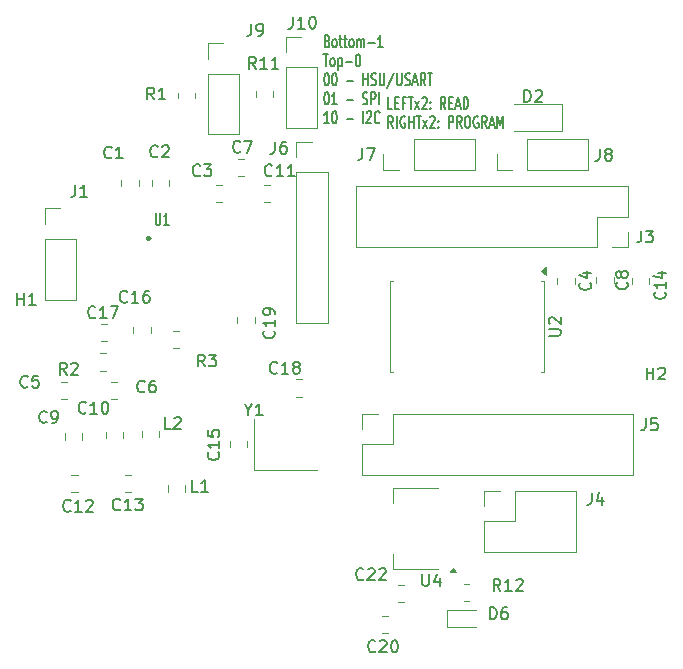
<source format=gbr>
%TF.GenerationSoftware,KiCad,Pcbnew,8.0.3*%
%TF.CreationDate,2025-07-10T12:51:07-07:00*%
%TF.ProjectId,salp_board_round,73616c70-5f62-46f6-9172-645f726f756e,rev?*%
%TF.SameCoordinates,Original*%
%TF.FileFunction,Legend,Top*%
%TF.FilePolarity,Positive*%
%FSLAX46Y46*%
G04 Gerber Fmt 4.6, Leading zero omitted, Abs format (unit mm)*
G04 Created by KiCad (PCBNEW 8.0.3) date 2025-07-10 12:51:07*
%MOMM*%
%LPD*%
G01*
G04 APERTURE LIST*
%ADD10C,0.153000*%
%ADD11C,0.150000*%
%ADD12C,0.120000*%
%ADD13C,0.254000*%
G04 APERTURE END LIST*
D10*
X168800657Y-65006077D02*
X168900657Y-65053696D01*
X168900657Y-65053696D02*
X168933990Y-65101315D01*
X168933990Y-65101315D02*
X168967323Y-65196553D01*
X168967323Y-65196553D02*
X168967323Y-65339410D01*
X168967323Y-65339410D02*
X168933990Y-65434648D01*
X168933990Y-65434648D02*
X168900657Y-65482268D01*
X168900657Y-65482268D02*
X168833990Y-65529887D01*
X168833990Y-65529887D02*
X168567323Y-65529887D01*
X168567323Y-65529887D02*
X168567323Y-64529887D01*
X168567323Y-64529887D02*
X168800657Y-64529887D01*
X168800657Y-64529887D02*
X168867323Y-64577506D01*
X168867323Y-64577506D02*
X168900657Y-64625125D01*
X168900657Y-64625125D02*
X168933990Y-64720363D01*
X168933990Y-64720363D02*
X168933990Y-64815601D01*
X168933990Y-64815601D02*
X168900657Y-64910839D01*
X168900657Y-64910839D02*
X168867323Y-64958458D01*
X168867323Y-64958458D02*
X168800657Y-65006077D01*
X168800657Y-65006077D02*
X168567323Y-65006077D01*
X169367323Y-65529887D02*
X169300657Y-65482268D01*
X169300657Y-65482268D02*
X169267323Y-65434648D01*
X169267323Y-65434648D02*
X169233990Y-65339410D01*
X169233990Y-65339410D02*
X169233990Y-65053696D01*
X169233990Y-65053696D02*
X169267323Y-64958458D01*
X169267323Y-64958458D02*
X169300657Y-64910839D01*
X169300657Y-64910839D02*
X169367323Y-64863220D01*
X169367323Y-64863220D02*
X169467323Y-64863220D01*
X169467323Y-64863220D02*
X169533990Y-64910839D01*
X169533990Y-64910839D02*
X169567323Y-64958458D01*
X169567323Y-64958458D02*
X169600657Y-65053696D01*
X169600657Y-65053696D02*
X169600657Y-65339410D01*
X169600657Y-65339410D02*
X169567323Y-65434648D01*
X169567323Y-65434648D02*
X169533990Y-65482268D01*
X169533990Y-65482268D02*
X169467323Y-65529887D01*
X169467323Y-65529887D02*
X169367323Y-65529887D01*
X169800656Y-64863220D02*
X170067323Y-64863220D01*
X169900656Y-64529887D02*
X169900656Y-65387029D01*
X169900656Y-65387029D02*
X169933990Y-65482268D01*
X169933990Y-65482268D02*
X170000656Y-65529887D01*
X170000656Y-65529887D02*
X170067323Y-65529887D01*
X170200656Y-64863220D02*
X170467323Y-64863220D01*
X170300656Y-64529887D02*
X170300656Y-65387029D01*
X170300656Y-65387029D02*
X170333990Y-65482268D01*
X170333990Y-65482268D02*
X170400656Y-65529887D01*
X170400656Y-65529887D02*
X170467323Y-65529887D01*
X170800656Y-65529887D02*
X170733990Y-65482268D01*
X170733990Y-65482268D02*
X170700656Y-65434648D01*
X170700656Y-65434648D02*
X170667323Y-65339410D01*
X170667323Y-65339410D02*
X170667323Y-65053696D01*
X170667323Y-65053696D02*
X170700656Y-64958458D01*
X170700656Y-64958458D02*
X170733990Y-64910839D01*
X170733990Y-64910839D02*
X170800656Y-64863220D01*
X170800656Y-64863220D02*
X170900656Y-64863220D01*
X170900656Y-64863220D02*
X170967323Y-64910839D01*
X170967323Y-64910839D02*
X171000656Y-64958458D01*
X171000656Y-64958458D02*
X171033990Y-65053696D01*
X171033990Y-65053696D02*
X171033990Y-65339410D01*
X171033990Y-65339410D02*
X171000656Y-65434648D01*
X171000656Y-65434648D02*
X170967323Y-65482268D01*
X170967323Y-65482268D02*
X170900656Y-65529887D01*
X170900656Y-65529887D02*
X170800656Y-65529887D01*
X171333989Y-65529887D02*
X171333989Y-64863220D01*
X171333989Y-64958458D02*
X171367323Y-64910839D01*
X171367323Y-64910839D02*
X171433989Y-64863220D01*
X171433989Y-64863220D02*
X171533989Y-64863220D01*
X171533989Y-64863220D02*
X171600656Y-64910839D01*
X171600656Y-64910839D02*
X171633989Y-65006077D01*
X171633989Y-65006077D02*
X171633989Y-65529887D01*
X171633989Y-65006077D02*
X171667323Y-64910839D01*
X171667323Y-64910839D02*
X171733989Y-64863220D01*
X171733989Y-64863220D02*
X171833989Y-64863220D01*
X171833989Y-64863220D02*
X171900656Y-64910839D01*
X171900656Y-64910839D02*
X171933989Y-65006077D01*
X171933989Y-65006077D02*
X171933989Y-65529887D01*
X172267322Y-65148934D02*
X172800656Y-65148934D01*
X173500656Y-65529887D02*
X173100656Y-65529887D01*
X173300656Y-65529887D02*
X173300656Y-64529887D01*
X173300656Y-64529887D02*
X173233989Y-64672744D01*
X173233989Y-64672744D02*
X173167323Y-64767982D01*
X173167323Y-64767982D02*
X173100656Y-64815601D01*
X168467323Y-66139831D02*
X168867323Y-66139831D01*
X168667323Y-67139831D02*
X168667323Y-66139831D01*
X169200656Y-67139831D02*
X169133990Y-67092212D01*
X169133990Y-67092212D02*
X169100656Y-67044592D01*
X169100656Y-67044592D02*
X169067323Y-66949354D01*
X169067323Y-66949354D02*
X169067323Y-66663640D01*
X169067323Y-66663640D02*
X169100656Y-66568402D01*
X169100656Y-66568402D02*
X169133990Y-66520783D01*
X169133990Y-66520783D02*
X169200656Y-66473164D01*
X169200656Y-66473164D02*
X169300656Y-66473164D01*
X169300656Y-66473164D02*
X169367323Y-66520783D01*
X169367323Y-66520783D02*
X169400656Y-66568402D01*
X169400656Y-66568402D02*
X169433990Y-66663640D01*
X169433990Y-66663640D02*
X169433990Y-66949354D01*
X169433990Y-66949354D02*
X169400656Y-67044592D01*
X169400656Y-67044592D02*
X169367323Y-67092212D01*
X169367323Y-67092212D02*
X169300656Y-67139831D01*
X169300656Y-67139831D02*
X169200656Y-67139831D01*
X169733989Y-66473164D02*
X169733989Y-67473164D01*
X169733989Y-66520783D02*
X169800656Y-66473164D01*
X169800656Y-66473164D02*
X169933989Y-66473164D01*
X169933989Y-66473164D02*
X170000656Y-66520783D01*
X170000656Y-66520783D02*
X170033989Y-66568402D01*
X170033989Y-66568402D02*
X170067323Y-66663640D01*
X170067323Y-66663640D02*
X170067323Y-66949354D01*
X170067323Y-66949354D02*
X170033989Y-67044592D01*
X170033989Y-67044592D02*
X170000656Y-67092212D01*
X170000656Y-67092212D02*
X169933989Y-67139831D01*
X169933989Y-67139831D02*
X169800656Y-67139831D01*
X169800656Y-67139831D02*
X169733989Y-67092212D01*
X170367322Y-66758878D02*
X170900656Y-66758878D01*
X171367323Y-66139831D02*
X171433989Y-66139831D01*
X171433989Y-66139831D02*
X171500656Y-66187450D01*
X171500656Y-66187450D02*
X171533989Y-66235069D01*
X171533989Y-66235069D02*
X171567323Y-66330307D01*
X171567323Y-66330307D02*
X171600656Y-66520783D01*
X171600656Y-66520783D02*
X171600656Y-66758878D01*
X171600656Y-66758878D02*
X171567323Y-66949354D01*
X171567323Y-66949354D02*
X171533989Y-67044592D01*
X171533989Y-67044592D02*
X171500656Y-67092212D01*
X171500656Y-67092212D02*
X171433989Y-67139831D01*
X171433989Y-67139831D02*
X171367323Y-67139831D01*
X171367323Y-67139831D02*
X171300656Y-67092212D01*
X171300656Y-67092212D02*
X171267323Y-67044592D01*
X171267323Y-67044592D02*
X171233989Y-66949354D01*
X171233989Y-66949354D02*
X171200656Y-66758878D01*
X171200656Y-66758878D02*
X171200656Y-66520783D01*
X171200656Y-66520783D02*
X171233989Y-66330307D01*
X171233989Y-66330307D02*
X171267323Y-66235069D01*
X171267323Y-66235069D02*
X171300656Y-66187450D01*
X171300656Y-66187450D02*
X171367323Y-66139831D01*
X168700657Y-67749775D02*
X168767323Y-67749775D01*
X168767323Y-67749775D02*
X168833990Y-67797394D01*
X168833990Y-67797394D02*
X168867323Y-67845013D01*
X168867323Y-67845013D02*
X168900657Y-67940251D01*
X168900657Y-67940251D02*
X168933990Y-68130727D01*
X168933990Y-68130727D02*
X168933990Y-68368822D01*
X168933990Y-68368822D02*
X168900657Y-68559298D01*
X168900657Y-68559298D02*
X168867323Y-68654536D01*
X168867323Y-68654536D02*
X168833990Y-68702156D01*
X168833990Y-68702156D02*
X168767323Y-68749775D01*
X168767323Y-68749775D02*
X168700657Y-68749775D01*
X168700657Y-68749775D02*
X168633990Y-68702156D01*
X168633990Y-68702156D02*
X168600657Y-68654536D01*
X168600657Y-68654536D02*
X168567323Y-68559298D01*
X168567323Y-68559298D02*
X168533990Y-68368822D01*
X168533990Y-68368822D02*
X168533990Y-68130727D01*
X168533990Y-68130727D02*
X168567323Y-67940251D01*
X168567323Y-67940251D02*
X168600657Y-67845013D01*
X168600657Y-67845013D02*
X168633990Y-67797394D01*
X168633990Y-67797394D02*
X168700657Y-67749775D01*
X169367324Y-67749775D02*
X169433990Y-67749775D01*
X169433990Y-67749775D02*
X169500657Y-67797394D01*
X169500657Y-67797394D02*
X169533990Y-67845013D01*
X169533990Y-67845013D02*
X169567324Y-67940251D01*
X169567324Y-67940251D02*
X169600657Y-68130727D01*
X169600657Y-68130727D02*
X169600657Y-68368822D01*
X169600657Y-68368822D02*
X169567324Y-68559298D01*
X169567324Y-68559298D02*
X169533990Y-68654536D01*
X169533990Y-68654536D02*
X169500657Y-68702156D01*
X169500657Y-68702156D02*
X169433990Y-68749775D01*
X169433990Y-68749775D02*
X169367324Y-68749775D01*
X169367324Y-68749775D02*
X169300657Y-68702156D01*
X169300657Y-68702156D02*
X169267324Y-68654536D01*
X169267324Y-68654536D02*
X169233990Y-68559298D01*
X169233990Y-68559298D02*
X169200657Y-68368822D01*
X169200657Y-68368822D02*
X169200657Y-68130727D01*
X169200657Y-68130727D02*
X169233990Y-67940251D01*
X169233990Y-67940251D02*
X169267324Y-67845013D01*
X169267324Y-67845013D02*
X169300657Y-67797394D01*
X169300657Y-67797394D02*
X169367324Y-67749775D01*
X170433990Y-68368822D02*
X170967324Y-68368822D01*
X171833990Y-68749775D02*
X171833990Y-67749775D01*
X171833990Y-68225965D02*
X172233990Y-68225965D01*
X172233990Y-68749775D02*
X172233990Y-67749775D01*
X172533990Y-68702156D02*
X172633990Y-68749775D01*
X172633990Y-68749775D02*
X172800657Y-68749775D01*
X172800657Y-68749775D02*
X172867323Y-68702156D01*
X172867323Y-68702156D02*
X172900657Y-68654536D01*
X172900657Y-68654536D02*
X172933990Y-68559298D01*
X172933990Y-68559298D02*
X172933990Y-68464060D01*
X172933990Y-68464060D02*
X172900657Y-68368822D01*
X172900657Y-68368822D02*
X172867323Y-68321203D01*
X172867323Y-68321203D02*
X172800657Y-68273584D01*
X172800657Y-68273584D02*
X172667323Y-68225965D01*
X172667323Y-68225965D02*
X172600657Y-68178346D01*
X172600657Y-68178346D02*
X172567323Y-68130727D01*
X172567323Y-68130727D02*
X172533990Y-68035489D01*
X172533990Y-68035489D02*
X172533990Y-67940251D01*
X172533990Y-67940251D02*
X172567323Y-67845013D01*
X172567323Y-67845013D02*
X172600657Y-67797394D01*
X172600657Y-67797394D02*
X172667323Y-67749775D01*
X172667323Y-67749775D02*
X172833990Y-67749775D01*
X172833990Y-67749775D02*
X172933990Y-67797394D01*
X173233990Y-67749775D02*
X173233990Y-68559298D01*
X173233990Y-68559298D02*
X173267324Y-68654536D01*
X173267324Y-68654536D02*
X173300657Y-68702156D01*
X173300657Y-68702156D02*
X173367324Y-68749775D01*
X173367324Y-68749775D02*
X173500657Y-68749775D01*
X173500657Y-68749775D02*
X173567324Y-68702156D01*
X173567324Y-68702156D02*
X173600657Y-68654536D01*
X173600657Y-68654536D02*
X173633990Y-68559298D01*
X173633990Y-68559298D02*
X173633990Y-67749775D01*
X174467323Y-67702156D02*
X173867323Y-68987870D01*
X174700656Y-67749775D02*
X174700656Y-68559298D01*
X174700656Y-68559298D02*
X174733990Y-68654536D01*
X174733990Y-68654536D02*
X174767323Y-68702156D01*
X174767323Y-68702156D02*
X174833990Y-68749775D01*
X174833990Y-68749775D02*
X174967323Y-68749775D01*
X174967323Y-68749775D02*
X175033990Y-68702156D01*
X175033990Y-68702156D02*
X175067323Y-68654536D01*
X175067323Y-68654536D02*
X175100656Y-68559298D01*
X175100656Y-68559298D02*
X175100656Y-67749775D01*
X175400656Y-68702156D02*
X175500656Y-68749775D01*
X175500656Y-68749775D02*
X175667323Y-68749775D01*
X175667323Y-68749775D02*
X175733989Y-68702156D01*
X175733989Y-68702156D02*
X175767323Y-68654536D01*
X175767323Y-68654536D02*
X175800656Y-68559298D01*
X175800656Y-68559298D02*
X175800656Y-68464060D01*
X175800656Y-68464060D02*
X175767323Y-68368822D01*
X175767323Y-68368822D02*
X175733989Y-68321203D01*
X175733989Y-68321203D02*
X175667323Y-68273584D01*
X175667323Y-68273584D02*
X175533989Y-68225965D01*
X175533989Y-68225965D02*
X175467323Y-68178346D01*
X175467323Y-68178346D02*
X175433989Y-68130727D01*
X175433989Y-68130727D02*
X175400656Y-68035489D01*
X175400656Y-68035489D02*
X175400656Y-67940251D01*
X175400656Y-67940251D02*
X175433989Y-67845013D01*
X175433989Y-67845013D02*
X175467323Y-67797394D01*
X175467323Y-67797394D02*
X175533989Y-67749775D01*
X175533989Y-67749775D02*
X175700656Y-67749775D01*
X175700656Y-67749775D02*
X175800656Y-67797394D01*
X176067323Y-68464060D02*
X176400656Y-68464060D01*
X176000656Y-68749775D02*
X176233990Y-67749775D01*
X176233990Y-67749775D02*
X176467323Y-68749775D01*
X177100656Y-68749775D02*
X176867323Y-68273584D01*
X176700656Y-68749775D02*
X176700656Y-67749775D01*
X176700656Y-67749775D02*
X176967323Y-67749775D01*
X176967323Y-67749775D02*
X177033990Y-67797394D01*
X177033990Y-67797394D02*
X177067323Y-67845013D01*
X177067323Y-67845013D02*
X177100656Y-67940251D01*
X177100656Y-67940251D02*
X177100656Y-68083108D01*
X177100656Y-68083108D02*
X177067323Y-68178346D01*
X177067323Y-68178346D02*
X177033990Y-68225965D01*
X177033990Y-68225965D02*
X176967323Y-68273584D01*
X176967323Y-68273584D02*
X176700656Y-68273584D01*
X177300656Y-67749775D02*
X177700656Y-67749775D01*
X177500656Y-68749775D02*
X177500656Y-67749775D01*
X168700657Y-69359719D02*
X168767323Y-69359719D01*
X168767323Y-69359719D02*
X168833990Y-69407338D01*
X168833990Y-69407338D02*
X168867323Y-69454957D01*
X168867323Y-69454957D02*
X168900657Y-69550195D01*
X168900657Y-69550195D02*
X168933990Y-69740671D01*
X168933990Y-69740671D02*
X168933990Y-69978766D01*
X168933990Y-69978766D02*
X168900657Y-70169242D01*
X168900657Y-70169242D02*
X168867323Y-70264480D01*
X168867323Y-70264480D02*
X168833990Y-70312100D01*
X168833990Y-70312100D02*
X168767323Y-70359719D01*
X168767323Y-70359719D02*
X168700657Y-70359719D01*
X168700657Y-70359719D02*
X168633990Y-70312100D01*
X168633990Y-70312100D02*
X168600657Y-70264480D01*
X168600657Y-70264480D02*
X168567323Y-70169242D01*
X168567323Y-70169242D02*
X168533990Y-69978766D01*
X168533990Y-69978766D02*
X168533990Y-69740671D01*
X168533990Y-69740671D02*
X168567323Y-69550195D01*
X168567323Y-69550195D02*
X168600657Y-69454957D01*
X168600657Y-69454957D02*
X168633990Y-69407338D01*
X168633990Y-69407338D02*
X168700657Y-69359719D01*
X169600657Y-70359719D02*
X169200657Y-70359719D01*
X169400657Y-70359719D02*
X169400657Y-69359719D01*
X169400657Y-69359719D02*
X169333990Y-69502576D01*
X169333990Y-69502576D02*
X169267324Y-69597814D01*
X169267324Y-69597814D02*
X169200657Y-69645433D01*
X170433990Y-69978766D02*
X170967324Y-69978766D01*
X171800657Y-70312100D02*
X171900657Y-70359719D01*
X171900657Y-70359719D02*
X172067324Y-70359719D01*
X172067324Y-70359719D02*
X172133990Y-70312100D01*
X172133990Y-70312100D02*
X172167324Y-70264480D01*
X172167324Y-70264480D02*
X172200657Y-70169242D01*
X172200657Y-70169242D02*
X172200657Y-70074004D01*
X172200657Y-70074004D02*
X172167324Y-69978766D01*
X172167324Y-69978766D02*
X172133990Y-69931147D01*
X172133990Y-69931147D02*
X172067324Y-69883528D01*
X172067324Y-69883528D02*
X171933990Y-69835909D01*
X171933990Y-69835909D02*
X171867324Y-69788290D01*
X171867324Y-69788290D02*
X171833990Y-69740671D01*
X171833990Y-69740671D02*
X171800657Y-69645433D01*
X171800657Y-69645433D02*
X171800657Y-69550195D01*
X171800657Y-69550195D02*
X171833990Y-69454957D01*
X171833990Y-69454957D02*
X171867324Y-69407338D01*
X171867324Y-69407338D02*
X171933990Y-69359719D01*
X171933990Y-69359719D02*
X172100657Y-69359719D01*
X172100657Y-69359719D02*
X172200657Y-69407338D01*
X172500657Y-70359719D02*
X172500657Y-69359719D01*
X172500657Y-69359719D02*
X172767324Y-69359719D01*
X172767324Y-69359719D02*
X172833991Y-69407338D01*
X172833991Y-69407338D02*
X172867324Y-69454957D01*
X172867324Y-69454957D02*
X172900657Y-69550195D01*
X172900657Y-69550195D02*
X172900657Y-69693052D01*
X172900657Y-69693052D02*
X172867324Y-69788290D01*
X172867324Y-69788290D02*
X172833991Y-69835909D01*
X172833991Y-69835909D02*
X172767324Y-69883528D01*
X172767324Y-69883528D02*
X172500657Y-69883528D01*
X173200657Y-70359719D02*
X173200657Y-69359719D01*
X168933990Y-71969663D02*
X168533990Y-71969663D01*
X168733990Y-71969663D02*
X168733990Y-70969663D01*
X168733990Y-70969663D02*
X168667323Y-71112520D01*
X168667323Y-71112520D02*
X168600657Y-71207758D01*
X168600657Y-71207758D02*
X168533990Y-71255377D01*
X169367324Y-70969663D02*
X169433990Y-70969663D01*
X169433990Y-70969663D02*
X169500657Y-71017282D01*
X169500657Y-71017282D02*
X169533990Y-71064901D01*
X169533990Y-71064901D02*
X169567324Y-71160139D01*
X169567324Y-71160139D02*
X169600657Y-71350615D01*
X169600657Y-71350615D02*
X169600657Y-71588710D01*
X169600657Y-71588710D02*
X169567324Y-71779186D01*
X169567324Y-71779186D02*
X169533990Y-71874424D01*
X169533990Y-71874424D02*
X169500657Y-71922044D01*
X169500657Y-71922044D02*
X169433990Y-71969663D01*
X169433990Y-71969663D02*
X169367324Y-71969663D01*
X169367324Y-71969663D02*
X169300657Y-71922044D01*
X169300657Y-71922044D02*
X169267324Y-71874424D01*
X169267324Y-71874424D02*
X169233990Y-71779186D01*
X169233990Y-71779186D02*
X169200657Y-71588710D01*
X169200657Y-71588710D02*
X169200657Y-71350615D01*
X169200657Y-71350615D02*
X169233990Y-71160139D01*
X169233990Y-71160139D02*
X169267324Y-71064901D01*
X169267324Y-71064901D02*
X169300657Y-71017282D01*
X169300657Y-71017282D02*
X169367324Y-70969663D01*
X170433990Y-71588710D02*
X170967324Y-71588710D01*
X171833990Y-71969663D02*
X171833990Y-70969663D01*
X172133990Y-71064901D02*
X172167323Y-71017282D01*
X172167323Y-71017282D02*
X172233990Y-70969663D01*
X172233990Y-70969663D02*
X172400657Y-70969663D01*
X172400657Y-70969663D02*
X172467323Y-71017282D01*
X172467323Y-71017282D02*
X172500657Y-71064901D01*
X172500657Y-71064901D02*
X172533990Y-71160139D01*
X172533990Y-71160139D02*
X172533990Y-71255377D01*
X172533990Y-71255377D02*
X172500657Y-71398234D01*
X172500657Y-71398234D02*
X172100657Y-71969663D01*
X172100657Y-71969663D02*
X172533990Y-71969663D01*
X173233990Y-71874424D02*
X173200657Y-71922044D01*
X173200657Y-71922044D02*
X173100657Y-71969663D01*
X173100657Y-71969663D02*
X173033990Y-71969663D01*
X173033990Y-71969663D02*
X172933990Y-71922044D01*
X172933990Y-71922044D02*
X172867324Y-71826805D01*
X172867324Y-71826805D02*
X172833990Y-71731567D01*
X172833990Y-71731567D02*
X172800657Y-71541091D01*
X172800657Y-71541091D02*
X172800657Y-71398234D01*
X172800657Y-71398234D02*
X172833990Y-71207758D01*
X172833990Y-71207758D02*
X172867324Y-71112520D01*
X172867324Y-71112520D02*
X172933990Y-71017282D01*
X172933990Y-71017282D02*
X173033990Y-70969663D01*
X173033990Y-70969663D02*
X173100657Y-70969663D01*
X173100657Y-70969663D02*
X173200657Y-71017282D01*
X173200657Y-71017282D02*
X173233990Y-71064901D01*
X174300657Y-70759719D02*
X173967323Y-70759719D01*
X173967323Y-70759719D02*
X173967323Y-69759719D01*
X174533990Y-70235909D02*
X174767324Y-70235909D01*
X174867324Y-70759719D02*
X174533990Y-70759719D01*
X174533990Y-70759719D02*
X174533990Y-69759719D01*
X174533990Y-69759719D02*
X174867324Y-69759719D01*
X175400657Y-70235909D02*
X175167323Y-70235909D01*
X175167323Y-70759719D02*
X175167323Y-69759719D01*
X175167323Y-69759719D02*
X175500657Y-69759719D01*
X175667323Y-69759719D02*
X176067323Y-69759719D01*
X175867323Y-70759719D02*
X175867323Y-69759719D01*
X176233990Y-70759719D02*
X176600656Y-70093052D01*
X176233990Y-70093052D02*
X176600656Y-70759719D01*
X176833990Y-69854957D02*
X176867323Y-69807338D01*
X176867323Y-69807338D02*
X176933990Y-69759719D01*
X176933990Y-69759719D02*
X177100657Y-69759719D01*
X177100657Y-69759719D02*
X177167323Y-69807338D01*
X177167323Y-69807338D02*
X177200657Y-69854957D01*
X177200657Y-69854957D02*
X177233990Y-69950195D01*
X177233990Y-69950195D02*
X177233990Y-70045433D01*
X177233990Y-70045433D02*
X177200657Y-70188290D01*
X177200657Y-70188290D02*
X176800657Y-70759719D01*
X176800657Y-70759719D02*
X177233990Y-70759719D01*
X177533990Y-70664480D02*
X177567324Y-70712100D01*
X177567324Y-70712100D02*
X177533990Y-70759719D01*
X177533990Y-70759719D02*
X177500657Y-70712100D01*
X177500657Y-70712100D02*
X177533990Y-70664480D01*
X177533990Y-70664480D02*
X177533990Y-70759719D01*
X177533990Y-70140671D02*
X177567324Y-70188290D01*
X177567324Y-70188290D02*
X177533990Y-70235909D01*
X177533990Y-70235909D02*
X177500657Y-70188290D01*
X177500657Y-70188290D02*
X177533990Y-70140671D01*
X177533990Y-70140671D02*
X177533990Y-70235909D01*
X178800656Y-70759719D02*
X178567323Y-70283528D01*
X178400656Y-70759719D02*
X178400656Y-69759719D01*
X178400656Y-69759719D02*
X178667323Y-69759719D01*
X178667323Y-69759719D02*
X178733990Y-69807338D01*
X178733990Y-69807338D02*
X178767323Y-69854957D01*
X178767323Y-69854957D02*
X178800656Y-69950195D01*
X178800656Y-69950195D02*
X178800656Y-70093052D01*
X178800656Y-70093052D02*
X178767323Y-70188290D01*
X178767323Y-70188290D02*
X178733990Y-70235909D01*
X178733990Y-70235909D02*
X178667323Y-70283528D01*
X178667323Y-70283528D02*
X178400656Y-70283528D01*
X179100656Y-70235909D02*
X179333990Y-70235909D01*
X179433990Y-70759719D02*
X179100656Y-70759719D01*
X179100656Y-70759719D02*
X179100656Y-69759719D01*
X179100656Y-69759719D02*
X179433990Y-69759719D01*
X179700656Y-70474004D02*
X180033989Y-70474004D01*
X179633989Y-70759719D02*
X179867323Y-69759719D01*
X179867323Y-69759719D02*
X180100656Y-70759719D01*
X180333989Y-70759719D02*
X180333989Y-69759719D01*
X180333989Y-69759719D02*
X180500656Y-69759719D01*
X180500656Y-69759719D02*
X180600656Y-69807338D01*
X180600656Y-69807338D02*
X180667323Y-69902576D01*
X180667323Y-69902576D02*
X180700656Y-69997814D01*
X180700656Y-69997814D02*
X180733989Y-70188290D01*
X180733989Y-70188290D02*
X180733989Y-70331147D01*
X180733989Y-70331147D02*
X180700656Y-70521623D01*
X180700656Y-70521623D02*
X180667323Y-70616861D01*
X180667323Y-70616861D02*
X180600656Y-70712100D01*
X180600656Y-70712100D02*
X180500656Y-70759719D01*
X180500656Y-70759719D02*
X180333989Y-70759719D01*
X174367323Y-72369663D02*
X174133990Y-71893472D01*
X173967323Y-72369663D02*
X173967323Y-71369663D01*
X173967323Y-71369663D02*
X174233990Y-71369663D01*
X174233990Y-71369663D02*
X174300657Y-71417282D01*
X174300657Y-71417282D02*
X174333990Y-71464901D01*
X174333990Y-71464901D02*
X174367323Y-71560139D01*
X174367323Y-71560139D02*
X174367323Y-71702996D01*
X174367323Y-71702996D02*
X174333990Y-71798234D01*
X174333990Y-71798234D02*
X174300657Y-71845853D01*
X174300657Y-71845853D02*
X174233990Y-71893472D01*
X174233990Y-71893472D02*
X173967323Y-71893472D01*
X174667323Y-72369663D02*
X174667323Y-71369663D01*
X175367323Y-71417282D02*
X175300656Y-71369663D01*
X175300656Y-71369663D02*
X175200656Y-71369663D01*
X175200656Y-71369663D02*
X175100656Y-71417282D01*
X175100656Y-71417282D02*
X175033990Y-71512520D01*
X175033990Y-71512520D02*
X175000656Y-71607758D01*
X175000656Y-71607758D02*
X174967323Y-71798234D01*
X174967323Y-71798234D02*
X174967323Y-71941091D01*
X174967323Y-71941091D02*
X175000656Y-72131567D01*
X175000656Y-72131567D02*
X175033990Y-72226805D01*
X175033990Y-72226805D02*
X175100656Y-72322044D01*
X175100656Y-72322044D02*
X175200656Y-72369663D01*
X175200656Y-72369663D02*
X175267323Y-72369663D01*
X175267323Y-72369663D02*
X175367323Y-72322044D01*
X175367323Y-72322044D02*
X175400656Y-72274424D01*
X175400656Y-72274424D02*
X175400656Y-71941091D01*
X175400656Y-71941091D02*
X175267323Y-71941091D01*
X175700656Y-72369663D02*
X175700656Y-71369663D01*
X175700656Y-71845853D02*
X176100656Y-71845853D01*
X176100656Y-72369663D02*
X176100656Y-71369663D01*
X176333989Y-71369663D02*
X176733989Y-71369663D01*
X176533989Y-72369663D02*
X176533989Y-71369663D01*
X176900656Y-72369663D02*
X177267322Y-71702996D01*
X176900656Y-71702996D02*
X177267322Y-72369663D01*
X177500656Y-71464901D02*
X177533989Y-71417282D01*
X177533989Y-71417282D02*
X177600656Y-71369663D01*
X177600656Y-71369663D02*
X177767323Y-71369663D01*
X177767323Y-71369663D02*
X177833989Y-71417282D01*
X177833989Y-71417282D02*
X177867323Y-71464901D01*
X177867323Y-71464901D02*
X177900656Y-71560139D01*
X177900656Y-71560139D02*
X177900656Y-71655377D01*
X177900656Y-71655377D02*
X177867323Y-71798234D01*
X177867323Y-71798234D02*
X177467323Y-72369663D01*
X177467323Y-72369663D02*
X177900656Y-72369663D01*
X178200656Y-72274424D02*
X178233990Y-72322044D01*
X178233990Y-72322044D02*
X178200656Y-72369663D01*
X178200656Y-72369663D02*
X178167323Y-72322044D01*
X178167323Y-72322044D02*
X178200656Y-72274424D01*
X178200656Y-72274424D02*
X178200656Y-72369663D01*
X178200656Y-71750615D02*
X178233990Y-71798234D01*
X178233990Y-71798234D02*
X178200656Y-71845853D01*
X178200656Y-71845853D02*
X178167323Y-71798234D01*
X178167323Y-71798234D02*
X178200656Y-71750615D01*
X178200656Y-71750615D02*
X178200656Y-71845853D01*
X179067322Y-72369663D02*
X179067322Y-71369663D01*
X179067322Y-71369663D02*
X179333989Y-71369663D01*
X179333989Y-71369663D02*
X179400656Y-71417282D01*
X179400656Y-71417282D02*
X179433989Y-71464901D01*
X179433989Y-71464901D02*
X179467322Y-71560139D01*
X179467322Y-71560139D02*
X179467322Y-71702996D01*
X179467322Y-71702996D02*
X179433989Y-71798234D01*
X179433989Y-71798234D02*
X179400656Y-71845853D01*
X179400656Y-71845853D02*
X179333989Y-71893472D01*
X179333989Y-71893472D02*
X179067322Y-71893472D01*
X180167322Y-72369663D02*
X179933989Y-71893472D01*
X179767322Y-72369663D02*
X179767322Y-71369663D01*
X179767322Y-71369663D02*
X180033989Y-71369663D01*
X180033989Y-71369663D02*
X180100656Y-71417282D01*
X180100656Y-71417282D02*
X180133989Y-71464901D01*
X180133989Y-71464901D02*
X180167322Y-71560139D01*
X180167322Y-71560139D02*
X180167322Y-71702996D01*
X180167322Y-71702996D02*
X180133989Y-71798234D01*
X180133989Y-71798234D02*
X180100656Y-71845853D01*
X180100656Y-71845853D02*
X180033989Y-71893472D01*
X180033989Y-71893472D02*
X179767322Y-71893472D01*
X180600656Y-71369663D02*
X180733989Y-71369663D01*
X180733989Y-71369663D02*
X180800656Y-71417282D01*
X180800656Y-71417282D02*
X180867322Y-71512520D01*
X180867322Y-71512520D02*
X180900656Y-71702996D01*
X180900656Y-71702996D02*
X180900656Y-72036329D01*
X180900656Y-72036329D02*
X180867322Y-72226805D01*
X180867322Y-72226805D02*
X180800656Y-72322044D01*
X180800656Y-72322044D02*
X180733989Y-72369663D01*
X180733989Y-72369663D02*
X180600656Y-72369663D01*
X180600656Y-72369663D02*
X180533989Y-72322044D01*
X180533989Y-72322044D02*
X180467322Y-72226805D01*
X180467322Y-72226805D02*
X180433989Y-72036329D01*
X180433989Y-72036329D02*
X180433989Y-71702996D01*
X180433989Y-71702996D02*
X180467322Y-71512520D01*
X180467322Y-71512520D02*
X180533989Y-71417282D01*
X180533989Y-71417282D02*
X180600656Y-71369663D01*
X181567322Y-71417282D02*
X181500655Y-71369663D01*
X181500655Y-71369663D02*
X181400655Y-71369663D01*
X181400655Y-71369663D02*
X181300655Y-71417282D01*
X181300655Y-71417282D02*
X181233989Y-71512520D01*
X181233989Y-71512520D02*
X181200655Y-71607758D01*
X181200655Y-71607758D02*
X181167322Y-71798234D01*
X181167322Y-71798234D02*
X181167322Y-71941091D01*
X181167322Y-71941091D02*
X181200655Y-72131567D01*
X181200655Y-72131567D02*
X181233989Y-72226805D01*
X181233989Y-72226805D02*
X181300655Y-72322044D01*
X181300655Y-72322044D02*
X181400655Y-72369663D01*
X181400655Y-72369663D02*
X181467322Y-72369663D01*
X181467322Y-72369663D02*
X181567322Y-72322044D01*
X181567322Y-72322044D02*
X181600655Y-72274424D01*
X181600655Y-72274424D02*
X181600655Y-71941091D01*
X181600655Y-71941091D02*
X181467322Y-71941091D01*
X182300655Y-72369663D02*
X182067322Y-71893472D01*
X181900655Y-72369663D02*
X181900655Y-71369663D01*
X181900655Y-71369663D02*
X182167322Y-71369663D01*
X182167322Y-71369663D02*
X182233989Y-71417282D01*
X182233989Y-71417282D02*
X182267322Y-71464901D01*
X182267322Y-71464901D02*
X182300655Y-71560139D01*
X182300655Y-71560139D02*
X182300655Y-71702996D01*
X182300655Y-71702996D02*
X182267322Y-71798234D01*
X182267322Y-71798234D02*
X182233989Y-71845853D01*
X182233989Y-71845853D02*
X182167322Y-71893472D01*
X182167322Y-71893472D02*
X181900655Y-71893472D01*
X182567322Y-72083948D02*
X182900655Y-72083948D01*
X182500655Y-72369663D02*
X182733989Y-71369663D01*
X182733989Y-71369663D02*
X182967322Y-72369663D01*
X183200655Y-72369663D02*
X183200655Y-71369663D01*
X183200655Y-71369663D02*
X183433989Y-72083948D01*
X183433989Y-72083948D02*
X183667322Y-71369663D01*
X183667322Y-71369663D02*
X183667322Y-72369663D01*
D11*
X195366666Y-81054819D02*
X195366666Y-81769104D01*
X195366666Y-81769104D02*
X195319047Y-81911961D01*
X195319047Y-81911961D02*
X195223809Y-82007200D01*
X195223809Y-82007200D02*
X195080952Y-82054819D01*
X195080952Y-82054819D02*
X194985714Y-82054819D01*
X195747619Y-81054819D02*
X196366666Y-81054819D01*
X196366666Y-81054819D02*
X196033333Y-81435771D01*
X196033333Y-81435771D02*
X196176190Y-81435771D01*
X196176190Y-81435771D02*
X196271428Y-81483390D01*
X196271428Y-81483390D02*
X196319047Y-81531009D01*
X196319047Y-81531009D02*
X196366666Y-81626247D01*
X196366666Y-81626247D02*
X196366666Y-81864342D01*
X196366666Y-81864342D02*
X196319047Y-81959580D01*
X196319047Y-81959580D02*
X196271428Y-82007200D01*
X196271428Y-82007200D02*
X196176190Y-82054819D01*
X196176190Y-82054819D02*
X195890476Y-82054819D01*
X195890476Y-82054819D02*
X195795238Y-82007200D01*
X195795238Y-82007200D02*
X195747619Y-81959580D01*
X153333333Y-94659580D02*
X153285714Y-94707200D01*
X153285714Y-94707200D02*
X153142857Y-94754819D01*
X153142857Y-94754819D02*
X153047619Y-94754819D01*
X153047619Y-94754819D02*
X152904762Y-94707200D01*
X152904762Y-94707200D02*
X152809524Y-94611961D01*
X152809524Y-94611961D02*
X152761905Y-94516723D01*
X152761905Y-94516723D02*
X152714286Y-94326247D01*
X152714286Y-94326247D02*
X152714286Y-94183390D01*
X152714286Y-94183390D02*
X152761905Y-93992914D01*
X152761905Y-93992914D02*
X152809524Y-93897676D01*
X152809524Y-93897676D02*
X152904762Y-93802438D01*
X152904762Y-93802438D02*
X153047619Y-93754819D01*
X153047619Y-93754819D02*
X153142857Y-93754819D01*
X153142857Y-93754819D02*
X153285714Y-93802438D01*
X153285714Y-93802438D02*
X153333333Y-93850057D01*
X154190476Y-93754819D02*
X154000000Y-93754819D01*
X154000000Y-93754819D02*
X153904762Y-93802438D01*
X153904762Y-93802438D02*
X153857143Y-93850057D01*
X153857143Y-93850057D02*
X153761905Y-93992914D01*
X153761905Y-93992914D02*
X153714286Y-94183390D01*
X153714286Y-94183390D02*
X153714286Y-94564342D01*
X153714286Y-94564342D02*
X153761905Y-94659580D01*
X153761905Y-94659580D02*
X153809524Y-94707200D01*
X153809524Y-94707200D02*
X153904762Y-94754819D01*
X153904762Y-94754819D02*
X154095238Y-94754819D01*
X154095238Y-94754819D02*
X154190476Y-94707200D01*
X154190476Y-94707200D02*
X154238095Y-94659580D01*
X154238095Y-94659580D02*
X154285714Y-94564342D01*
X154285714Y-94564342D02*
X154285714Y-94326247D01*
X154285714Y-94326247D02*
X154238095Y-94231009D01*
X154238095Y-94231009D02*
X154190476Y-94183390D01*
X154190476Y-94183390D02*
X154095238Y-94135771D01*
X154095238Y-94135771D02*
X153904762Y-94135771D01*
X153904762Y-94135771D02*
X153809524Y-94183390D01*
X153809524Y-94183390D02*
X153761905Y-94231009D01*
X153761905Y-94231009D02*
X153714286Y-94326247D01*
X164366666Y-73534819D02*
X164366666Y-74249104D01*
X164366666Y-74249104D02*
X164319047Y-74391961D01*
X164319047Y-74391961D02*
X164223809Y-74487200D01*
X164223809Y-74487200D02*
X164080952Y-74534819D01*
X164080952Y-74534819D02*
X163985714Y-74534819D01*
X165271428Y-73534819D02*
X165080952Y-73534819D01*
X165080952Y-73534819D02*
X164985714Y-73582438D01*
X164985714Y-73582438D02*
X164938095Y-73630057D01*
X164938095Y-73630057D02*
X164842857Y-73772914D01*
X164842857Y-73772914D02*
X164795238Y-73963390D01*
X164795238Y-73963390D02*
X164795238Y-74344342D01*
X164795238Y-74344342D02*
X164842857Y-74439580D01*
X164842857Y-74439580D02*
X164890476Y-74487200D01*
X164890476Y-74487200D02*
X164985714Y-74534819D01*
X164985714Y-74534819D02*
X165176190Y-74534819D01*
X165176190Y-74534819D02*
X165271428Y-74487200D01*
X165271428Y-74487200D02*
X165319047Y-74439580D01*
X165319047Y-74439580D02*
X165366666Y-74344342D01*
X165366666Y-74344342D02*
X165366666Y-74106247D01*
X165366666Y-74106247D02*
X165319047Y-74011009D01*
X165319047Y-74011009D02*
X165271428Y-73963390D01*
X165271428Y-73963390D02*
X165176190Y-73915771D01*
X165176190Y-73915771D02*
X164985714Y-73915771D01*
X164985714Y-73915771D02*
X164890476Y-73963390D01*
X164890476Y-73963390D02*
X164842857Y-74011009D01*
X164842857Y-74011009D02*
X164795238Y-74106247D01*
X171857142Y-110559580D02*
X171809523Y-110607200D01*
X171809523Y-110607200D02*
X171666666Y-110654819D01*
X171666666Y-110654819D02*
X171571428Y-110654819D01*
X171571428Y-110654819D02*
X171428571Y-110607200D01*
X171428571Y-110607200D02*
X171333333Y-110511961D01*
X171333333Y-110511961D02*
X171285714Y-110416723D01*
X171285714Y-110416723D02*
X171238095Y-110226247D01*
X171238095Y-110226247D02*
X171238095Y-110083390D01*
X171238095Y-110083390D02*
X171285714Y-109892914D01*
X171285714Y-109892914D02*
X171333333Y-109797676D01*
X171333333Y-109797676D02*
X171428571Y-109702438D01*
X171428571Y-109702438D02*
X171571428Y-109654819D01*
X171571428Y-109654819D02*
X171666666Y-109654819D01*
X171666666Y-109654819D02*
X171809523Y-109702438D01*
X171809523Y-109702438D02*
X171857142Y-109750057D01*
X172238095Y-109750057D02*
X172285714Y-109702438D01*
X172285714Y-109702438D02*
X172380952Y-109654819D01*
X172380952Y-109654819D02*
X172619047Y-109654819D01*
X172619047Y-109654819D02*
X172714285Y-109702438D01*
X172714285Y-109702438D02*
X172761904Y-109750057D01*
X172761904Y-109750057D02*
X172809523Y-109845295D01*
X172809523Y-109845295D02*
X172809523Y-109940533D01*
X172809523Y-109940533D02*
X172761904Y-110083390D01*
X172761904Y-110083390D02*
X172190476Y-110654819D01*
X172190476Y-110654819D02*
X172809523Y-110654819D01*
X173190476Y-109750057D02*
X173238095Y-109702438D01*
X173238095Y-109702438D02*
X173333333Y-109654819D01*
X173333333Y-109654819D02*
X173571428Y-109654819D01*
X173571428Y-109654819D02*
X173666666Y-109702438D01*
X173666666Y-109702438D02*
X173714285Y-109750057D01*
X173714285Y-109750057D02*
X173761904Y-109845295D01*
X173761904Y-109845295D02*
X173761904Y-109940533D01*
X173761904Y-109940533D02*
X173714285Y-110083390D01*
X173714285Y-110083390D02*
X173142857Y-110654819D01*
X173142857Y-110654819D02*
X173761904Y-110654819D01*
X195838095Y-93654819D02*
X195838095Y-92654819D01*
X195838095Y-93131009D02*
X196409523Y-93131009D01*
X196409523Y-93654819D02*
X196409523Y-92654819D01*
X196838095Y-92750057D02*
X196885714Y-92702438D01*
X196885714Y-92702438D02*
X196980952Y-92654819D01*
X196980952Y-92654819D02*
X197219047Y-92654819D01*
X197219047Y-92654819D02*
X197314285Y-92702438D01*
X197314285Y-92702438D02*
X197361904Y-92750057D01*
X197361904Y-92750057D02*
X197409523Y-92845295D01*
X197409523Y-92845295D02*
X197409523Y-92940533D01*
X197409523Y-92940533D02*
X197361904Y-93083390D01*
X197361904Y-93083390D02*
X196790476Y-93654819D01*
X196790476Y-93654819D02*
X197409523Y-93654819D01*
D10*
X197359424Y-86278571D02*
X197407044Y-86321428D01*
X197407044Y-86321428D02*
X197454663Y-86450000D01*
X197454663Y-86450000D02*
X197454663Y-86535714D01*
X197454663Y-86535714D02*
X197407044Y-86664285D01*
X197407044Y-86664285D02*
X197311805Y-86750000D01*
X197311805Y-86750000D02*
X197216567Y-86792857D01*
X197216567Y-86792857D02*
X197026091Y-86835714D01*
X197026091Y-86835714D02*
X196883234Y-86835714D01*
X196883234Y-86835714D02*
X196692758Y-86792857D01*
X196692758Y-86792857D02*
X196597520Y-86750000D01*
X196597520Y-86750000D02*
X196502282Y-86664285D01*
X196502282Y-86664285D02*
X196454663Y-86535714D01*
X196454663Y-86535714D02*
X196454663Y-86450000D01*
X196454663Y-86450000D02*
X196502282Y-86321428D01*
X196502282Y-86321428D02*
X196549901Y-86278571D01*
X197454663Y-85421428D02*
X197454663Y-85935714D01*
X197454663Y-85678571D02*
X196454663Y-85678571D01*
X196454663Y-85678571D02*
X196597520Y-85764285D01*
X196597520Y-85764285D02*
X196692758Y-85850000D01*
X196692758Y-85850000D02*
X196740377Y-85935714D01*
X196787996Y-84650000D02*
X197454663Y-84650000D01*
X196407044Y-84864285D02*
X197121329Y-85078571D01*
X197121329Y-85078571D02*
X197121329Y-84521428D01*
X154265625Y-79554663D02*
X154265625Y-80364186D01*
X154265625Y-80364186D02*
X154299024Y-80459424D01*
X154299024Y-80459424D02*
X154332422Y-80507044D01*
X154332422Y-80507044D02*
X154399219Y-80554663D01*
X154399219Y-80554663D02*
X154532812Y-80554663D01*
X154532812Y-80554663D02*
X154599609Y-80507044D01*
X154599609Y-80507044D02*
X154633008Y-80459424D01*
X154633008Y-80459424D02*
X154666406Y-80364186D01*
X154666406Y-80364186D02*
X154666406Y-79554663D01*
X155367772Y-80554663D02*
X154966991Y-80554663D01*
X155167381Y-80554663D02*
X155167381Y-79554663D01*
X155167381Y-79554663D02*
X155100585Y-79697520D01*
X155100585Y-79697520D02*
X155033788Y-79792758D01*
X155033788Y-79792758D02*
X154966991Y-79840377D01*
D11*
X148357142Y-96459580D02*
X148309523Y-96507200D01*
X148309523Y-96507200D02*
X148166666Y-96554819D01*
X148166666Y-96554819D02*
X148071428Y-96554819D01*
X148071428Y-96554819D02*
X147928571Y-96507200D01*
X147928571Y-96507200D02*
X147833333Y-96411961D01*
X147833333Y-96411961D02*
X147785714Y-96316723D01*
X147785714Y-96316723D02*
X147738095Y-96126247D01*
X147738095Y-96126247D02*
X147738095Y-95983390D01*
X147738095Y-95983390D02*
X147785714Y-95792914D01*
X147785714Y-95792914D02*
X147833333Y-95697676D01*
X147833333Y-95697676D02*
X147928571Y-95602438D01*
X147928571Y-95602438D02*
X148071428Y-95554819D01*
X148071428Y-95554819D02*
X148166666Y-95554819D01*
X148166666Y-95554819D02*
X148309523Y-95602438D01*
X148309523Y-95602438D02*
X148357142Y-95650057D01*
X149309523Y-96554819D02*
X148738095Y-96554819D01*
X149023809Y-96554819D02*
X149023809Y-95554819D01*
X149023809Y-95554819D02*
X148928571Y-95697676D01*
X148928571Y-95697676D02*
X148833333Y-95792914D01*
X148833333Y-95792914D02*
X148738095Y-95840533D01*
X149928571Y-95554819D02*
X150023809Y-95554819D01*
X150023809Y-95554819D02*
X150119047Y-95602438D01*
X150119047Y-95602438D02*
X150166666Y-95650057D01*
X150166666Y-95650057D02*
X150214285Y-95745295D01*
X150214285Y-95745295D02*
X150261904Y-95935771D01*
X150261904Y-95935771D02*
X150261904Y-96173866D01*
X150261904Y-96173866D02*
X150214285Y-96364342D01*
X150214285Y-96364342D02*
X150166666Y-96459580D01*
X150166666Y-96459580D02*
X150119047Y-96507200D01*
X150119047Y-96507200D02*
X150023809Y-96554819D01*
X150023809Y-96554819D02*
X149928571Y-96554819D01*
X149928571Y-96554819D02*
X149833333Y-96507200D01*
X149833333Y-96507200D02*
X149785714Y-96459580D01*
X149785714Y-96459580D02*
X149738095Y-96364342D01*
X149738095Y-96364342D02*
X149690476Y-96173866D01*
X149690476Y-96173866D02*
X149690476Y-95935771D01*
X149690476Y-95935771D02*
X149738095Y-95745295D01*
X149738095Y-95745295D02*
X149785714Y-95650057D01*
X149785714Y-95650057D02*
X149833333Y-95602438D01*
X149833333Y-95602438D02*
X149928571Y-95554819D01*
X143433333Y-94259580D02*
X143385714Y-94307200D01*
X143385714Y-94307200D02*
X143242857Y-94354819D01*
X143242857Y-94354819D02*
X143147619Y-94354819D01*
X143147619Y-94354819D02*
X143004762Y-94307200D01*
X143004762Y-94307200D02*
X142909524Y-94211961D01*
X142909524Y-94211961D02*
X142861905Y-94116723D01*
X142861905Y-94116723D02*
X142814286Y-93926247D01*
X142814286Y-93926247D02*
X142814286Y-93783390D01*
X142814286Y-93783390D02*
X142861905Y-93592914D01*
X142861905Y-93592914D02*
X142909524Y-93497676D01*
X142909524Y-93497676D02*
X143004762Y-93402438D01*
X143004762Y-93402438D02*
X143147619Y-93354819D01*
X143147619Y-93354819D02*
X143242857Y-93354819D01*
X143242857Y-93354819D02*
X143385714Y-93402438D01*
X143385714Y-93402438D02*
X143433333Y-93450057D01*
X144338095Y-93354819D02*
X143861905Y-93354819D01*
X143861905Y-93354819D02*
X143814286Y-93831009D01*
X143814286Y-93831009D02*
X143861905Y-93783390D01*
X143861905Y-93783390D02*
X143957143Y-93735771D01*
X143957143Y-93735771D02*
X144195238Y-93735771D01*
X144195238Y-93735771D02*
X144290476Y-93783390D01*
X144290476Y-93783390D02*
X144338095Y-93831009D01*
X144338095Y-93831009D02*
X144385714Y-93926247D01*
X144385714Y-93926247D02*
X144385714Y-94164342D01*
X144385714Y-94164342D02*
X144338095Y-94259580D01*
X144338095Y-94259580D02*
X144290476Y-94307200D01*
X144290476Y-94307200D02*
X144195238Y-94354819D01*
X144195238Y-94354819D02*
X143957143Y-94354819D01*
X143957143Y-94354819D02*
X143861905Y-94307200D01*
X143861905Y-94307200D02*
X143814286Y-94259580D01*
X162757142Y-67354819D02*
X162423809Y-66878628D01*
X162185714Y-67354819D02*
X162185714Y-66354819D01*
X162185714Y-66354819D02*
X162566666Y-66354819D01*
X162566666Y-66354819D02*
X162661904Y-66402438D01*
X162661904Y-66402438D02*
X162709523Y-66450057D01*
X162709523Y-66450057D02*
X162757142Y-66545295D01*
X162757142Y-66545295D02*
X162757142Y-66688152D01*
X162757142Y-66688152D02*
X162709523Y-66783390D01*
X162709523Y-66783390D02*
X162661904Y-66831009D01*
X162661904Y-66831009D02*
X162566666Y-66878628D01*
X162566666Y-66878628D02*
X162185714Y-66878628D01*
X163709523Y-67354819D02*
X163138095Y-67354819D01*
X163423809Y-67354819D02*
X163423809Y-66354819D01*
X163423809Y-66354819D02*
X163328571Y-66497676D01*
X163328571Y-66497676D02*
X163233333Y-66592914D01*
X163233333Y-66592914D02*
X163138095Y-66640533D01*
X164661904Y-67354819D02*
X164090476Y-67354819D01*
X164376190Y-67354819D02*
X164376190Y-66354819D01*
X164376190Y-66354819D02*
X164280952Y-66497676D01*
X164280952Y-66497676D02*
X164185714Y-66592914D01*
X164185714Y-66592914D02*
X164090476Y-66640533D01*
X164119642Y-76359580D02*
X164072023Y-76407200D01*
X164072023Y-76407200D02*
X163929166Y-76454819D01*
X163929166Y-76454819D02*
X163833928Y-76454819D01*
X163833928Y-76454819D02*
X163691071Y-76407200D01*
X163691071Y-76407200D02*
X163595833Y-76311961D01*
X163595833Y-76311961D02*
X163548214Y-76216723D01*
X163548214Y-76216723D02*
X163500595Y-76026247D01*
X163500595Y-76026247D02*
X163500595Y-75883390D01*
X163500595Y-75883390D02*
X163548214Y-75692914D01*
X163548214Y-75692914D02*
X163595833Y-75597676D01*
X163595833Y-75597676D02*
X163691071Y-75502438D01*
X163691071Y-75502438D02*
X163833928Y-75454819D01*
X163833928Y-75454819D02*
X163929166Y-75454819D01*
X163929166Y-75454819D02*
X164072023Y-75502438D01*
X164072023Y-75502438D02*
X164119642Y-75550057D01*
X165072023Y-76454819D02*
X164500595Y-76454819D01*
X164786309Y-76454819D02*
X164786309Y-75454819D01*
X164786309Y-75454819D02*
X164691071Y-75597676D01*
X164691071Y-75597676D02*
X164595833Y-75692914D01*
X164595833Y-75692914D02*
X164500595Y-75740533D01*
X166024404Y-76454819D02*
X165452976Y-76454819D01*
X165738690Y-76454819D02*
X165738690Y-75454819D01*
X165738690Y-75454819D02*
X165643452Y-75597676D01*
X165643452Y-75597676D02*
X165548214Y-75692914D01*
X165548214Y-75692914D02*
X165452976Y-75740533D01*
X164557142Y-93079580D02*
X164509523Y-93127200D01*
X164509523Y-93127200D02*
X164366666Y-93174819D01*
X164366666Y-93174819D02*
X164271428Y-93174819D01*
X164271428Y-93174819D02*
X164128571Y-93127200D01*
X164128571Y-93127200D02*
X164033333Y-93031961D01*
X164033333Y-93031961D02*
X163985714Y-92936723D01*
X163985714Y-92936723D02*
X163938095Y-92746247D01*
X163938095Y-92746247D02*
X163938095Y-92603390D01*
X163938095Y-92603390D02*
X163985714Y-92412914D01*
X163985714Y-92412914D02*
X164033333Y-92317676D01*
X164033333Y-92317676D02*
X164128571Y-92222438D01*
X164128571Y-92222438D02*
X164271428Y-92174819D01*
X164271428Y-92174819D02*
X164366666Y-92174819D01*
X164366666Y-92174819D02*
X164509523Y-92222438D01*
X164509523Y-92222438D02*
X164557142Y-92270057D01*
X165509523Y-93174819D02*
X164938095Y-93174819D01*
X165223809Y-93174819D02*
X165223809Y-92174819D01*
X165223809Y-92174819D02*
X165128571Y-92317676D01*
X165128571Y-92317676D02*
X165033333Y-92412914D01*
X165033333Y-92412914D02*
X164938095Y-92460533D01*
X166080952Y-92603390D02*
X165985714Y-92555771D01*
X165985714Y-92555771D02*
X165938095Y-92508152D01*
X165938095Y-92508152D02*
X165890476Y-92412914D01*
X165890476Y-92412914D02*
X165890476Y-92365295D01*
X165890476Y-92365295D02*
X165938095Y-92270057D01*
X165938095Y-92270057D02*
X165985714Y-92222438D01*
X165985714Y-92222438D02*
X166080952Y-92174819D01*
X166080952Y-92174819D02*
X166271428Y-92174819D01*
X166271428Y-92174819D02*
X166366666Y-92222438D01*
X166366666Y-92222438D02*
X166414285Y-92270057D01*
X166414285Y-92270057D02*
X166461904Y-92365295D01*
X166461904Y-92365295D02*
X166461904Y-92412914D01*
X166461904Y-92412914D02*
X166414285Y-92508152D01*
X166414285Y-92508152D02*
X166366666Y-92555771D01*
X166366666Y-92555771D02*
X166271428Y-92603390D01*
X166271428Y-92603390D02*
X166080952Y-92603390D01*
X166080952Y-92603390D02*
X165985714Y-92651009D01*
X165985714Y-92651009D02*
X165938095Y-92698628D01*
X165938095Y-92698628D02*
X165890476Y-92793866D01*
X165890476Y-92793866D02*
X165890476Y-92984342D01*
X165890476Y-92984342D02*
X165938095Y-93079580D01*
X165938095Y-93079580D02*
X165985714Y-93127200D01*
X165985714Y-93127200D02*
X166080952Y-93174819D01*
X166080952Y-93174819D02*
X166271428Y-93174819D01*
X166271428Y-93174819D02*
X166366666Y-93127200D01*
X166366666Y-93127200D02*
X166414285Y-93079580D01*
X166414285Y-93079580D02*
X166461904Y-92984342D01*
X166461904Y-92984342D02*
X166461904Y-92793866D01*
X166461904Y-92793866D02*
X166414285Y-92698628D01*
X166414285Y-92698628D02*
X166366666Y-92651009D01*
X166366666Y-92651009D02*
X166271428Y-92603390D01*
X155533333Y-97854819D02*
X155057143Y-97854819D01*
X155057143Y-97854819D02*
X155057143Y-96854819D01*
X155819048Y-96950057D02*
X155866667Y-96902438D01*
X155866667Y-96902438D02*
X155961905Y-96854819D01*
X155961905Y-96854819D02*
X156200000Y-96854819D01*
X156200000Y-96854819D02*
X156295238Y-96902438D01*
X156295238Y-96902438D02*
X156342857Y-96950057D01*
X156342857Y-96950057D02*
X156390476Y-97045295D01*
X156390476Y-97045295D02*
X156390476Y-97140533D01*
X156390476Y-97140533D02*
X156342857Y-97283390D01*
X156342857Y-97283390D02*
X155771429Y-97854819D01*
X155771429Y-97854819D02*
X156390476Y-97854819D01*
X161433333Y-74359580D02*
X161385714Y-74407200D01*
X161385714Y-74407200D02*
X161242857Y-74454819D01*
X161242857Y-74454819D02*
X161147619Y-74454819D01*
X161147619Y-74454819D02*
X161004762Y-74407200D01*
X161004762Y-74407200D02*
X160909524Y-74311961D01*
X160909524Y-74311961D02*
X160861905Y-74216723D01*
X160861905Y-74216723D02*
X160814286Y-74026247D01*
X160814286Y-74026247D02*
X160814286Y-73883390D01*
X160814286Y-73883390D02*
X160861905Y-73692914D01*
X160861905Y-73692914D02*
X160909524Y-73597676D01*
X160909524Y-73597676D02*
X161004762Y-73502438D01*
X161004762Y-73502438D02*
X161147619Y-73454819D01*
X161147619Y-73454819D02*
X161242857Y-73454819D01*
X161242857Y-73454819D02*
X161385714Y-73502438D01*
X161385714Y-73502438D02*
X161433333Y-73550057D01*
X161766667Y-73454819D02*
X162433333Y-73454819D01*
X162433333Y-73454819D02*
X162004762Y-74454819D01*
X158033333Y-76359580D02*
X157985714Y-76407200D01*
X157985714Y-76407200D02*
X157842857Y-76454819D01*
X157842857Y-76454819D02*
X157747619Y-76454819D01*
X157747619Y-76454819D02*
X157604762Y-76407200D01*
X157604762Y-76407200D02*
X157509524Y-76311961D01*
X157509524Y-76311961D02*
X157461905Y-76216723D01*
X157461905Y-76216723D02*
X157414286Y-76026247D01*
X157414286Y-76026247D02*
X157414286Y-75883390D01*
X157414286Y-75883390D02*
X157461905Y-75692914D01*
X157461905Y-75692914D02*
X157509524Y-75597676D01*
X157509524Y-75597676D02*
X157604762Y-75502438D01*
X157604762Y-75502438D02*
X157747619Y-75454819D01*
X157747619Y-75454819D02*
X157842857Y-75454819D01*
X157842857Y-75454819D02*
X157985714Y-75502438D01*
X157985714Y-75502438D02*
X158033333Y-75550057D01*
X158366667Y-75454819D02*
X158985714Y-75454819D01*
X158985714Y-75454819D02*
X158652381Y-75835771D01*
X158652381Y-75835771D02*
X158795238Y-75835771D01*
X158795238Y-75835771D02*
X158890476Y-75883390D01*
X158890476Y-75883390D02*
X158938095Y-75931009D01*
X158938095Y-75931009D02*
X158985714Y-76026247D01*
X158985714Y-76026247D02*
X158985714Y-76264342D01*
X158985714Y-76264342D02*
X158938095Y-76359580D01*
X158938095Y-76359580D02*
X158890476Y-76407200D01*
X158890476Y-76407200D02*
X158795238Y-76454819D01*
X158795238Y-76454819D02*
X158509524Y-76454819D01*
X158509524Y-76454819D02*
X158414286Y-76407200D01*
X158414286Y-76407200D02*
X158366667Y-76359580D01*
X147466666Y-77179819D02*
X147466666Y-77894104D01*
X147466666Y-77894104D02*
X147419047Y-78036961D01*
X147419047Y-78036961D02*
X147323809Y-78132200D01*
X147323809Y-78132200D02*
X147180952Y-78179819D01*
X147180952Y-78179819D02*
X147085714Y-78179819D01*
X148466666Y-78179819D02*
X147895238Y-78179819D01*
X148180952Y-78179819D02*
X148180952Y-77179819D01*
X148180952Y-77179819D02*
X148085714Y-77322676D01*
X148085714Y-77322676D02*
X147990476Y-77417914D01*
X147990476Y-77417914D02*
X147895238Y-77465533D01*
X145033333Y-97259580D02*
X144985714Y-97307200D01*
X144985714Y-97307200D02*
X144842857Y-97354819D01*
X144842857Y-97354819D02*
X144747619Y-97354819D01*
X144747619Y-97354819D02*
X144604762Y-97307200D01*
X144604762Y-97307200D02*
X144509524Y-97211961D01*
X144509524Y-97211961D02*
X144461905Y-97116723D01*
X144461905Y-97116723D02*
X144414286Y-96926247D01*
X144414286Y-96926247D02*
X144414286Y-96783390D01*
X144414286Y-96783390D02*
X144461905Y-96592914D01*
X144461905Y-96592914D02*
X144509524Y-96497676D01*
X144509524Y-96497676D02*
X144604762Y-96402438D01*
X144604762Y-96402438D02*
X144747619Y-96354819D01*
X144747619Y-96354819D02*
X144842857Y-96354819D01*
X144842857Y-96354819D02*
X144985714Y-96402438D01*
X144985714Y-96402438D02*
X145033333Y-96450057D01*
X145509524Y-97354819D02*
X145700000Y-97354819D01*
X145700000Y-97354819D02*
X145795238Y-97307200D01*
X145795238Y-97307200D02*
X145842857Y-97259580D01*
X145842857Y-97259580D02*
X145938095Y-97116723D01*
X145938095Y-97116723D02*
X145985714Y-96926247D01*
X145985714Y-96926247D02*
X145985714Y-96545295D01*
X145985714Y-96545295D02*
X145938095Y-96450057D01*
X145938095Y-96450057D02*
X145890476Y-96402438D01*
X145890476Y-96402438D02*
X145795238Y-96354819D01*
X145795238Y-96354819D02*
X145604762Y-96354819D01*
X145604762Y-96354819D02*
X145509524Y-96402438D01*
X145509524Y-96402438D02*
X145461905Y-96450057D01*
X145461905Y-96450057D02*
X145414286Y-96545295D01*
X145414286Y-96545295D02*
X145414286Y-96783390D01*
X145414286Y-96783390D02*
X145461905Y-96878628D01*
X145461905Y-96878628D02*
X145509524Y-96926247D01*
X145509524Y-96926247D02*
X145604762Y-96973866D01*
X145604762Y-96973866D02*
X145795238Y-96973866D01*
X145795238Y-96973866D02*
X145890476Y-96926247D01*
X145890476Y-96926247D02*
X145938095Y-96878628D01*
X145938095Y-96878628D02*
X145985714Y-96783390D01*
X158433333Y-92554819D02*
X158100000Y-92078628D01*
X157861905Y-92554819D02*
X157861905Y-91554819D01*
X157861905Y-91554819D02*
X158242857Y-91554819D01*
X158242857Y-91554819D02*
X158338095Y-91602438D01*
X158338095Y-91602438D02*
X158385714Y-91650057D01*
X158385714Y-91650057D02*
X158433333Y-91745295D01*
X158433333Y-91745295D02*
X158433333Y-91888152D01*
X158433333Y-91888152D02*
X158385714Y-91983390D01*
X158385714Y-91983390D02*
X158338095Y-92031009D01*
X158338095Y-92031009D02*
X158242857Y-92078628D01*
X158242857Y-92078628D02*
X157861905Y-92078628D01*
X158766667Y-91554819D02*
X159385714Y-91554819D01*
X159385714Y-91554819D02*
X159052381Y-91935771D01*
X159052381Y-91935771D02*
X159195238Y-91935771D01*
X159195238Y-91935771D02*
X159290476Y-91983390D01*
X159290476Y-91983390D02*
X159338095Y-92031009D01*
X159338095Y-92031009D02*
X159385714Y-92126247D01*
X159385714Y-92126247D02*
X159385714Y-92364342D01*
X159385714Y-92364342D02*
X159338095Y-92459580D01*
X159338095Y-92459580D02*
X159290476Y-92507200D01*
X159290476Y-92507200D02*
X159195238Y-92554819D01*
X159195238Y-92554819D02*
X158909524Y-92554819D01*
X158909524Y-92554819D02*
X158814286Y-92507200D01*
X158814286Y-92507200D02*
X158766667Y-92459580D01*
X146733333Y-93254819D02*
X146400000Y-92778628D01*
X146161905Y-93254819D02*
X146161905Y-92254819D01*
X146161905Y-92254819D02*
X146542857Y-92254819D01*
X146542857Y-92254819D02*
X146638095Y-92302438D01*
X146638095Y-92302438D02*
X146685714Y-92350057D01*
X146685714Y-92350057D02*
X146733333Y-92445295D01*
X146733333Y-92445295D02*
X146733333Y-92588152D01*
X146733333Y-92588152D02*
X146685714Y-92683390D01*
X146685714Y-92683390D02*
X146638095Y-92731009D01*
X146638095Y-92731009D02*
X146542857Y-92778628D01*
X146542857Y-92778628D02*
X146161905Y-92778628D01*
X147114286Y-92350057D02*
X147161905Y-92302438D01*
X147161905Y-92302438D02*
X147257143Y-92254819D01*
X147257143Y-92254819D02*
X147495238Y-92254819D01*
X147495238Y-92254819D02*
X147590476Y-92302438D01*
X147590476Y-92302438D02*
X147638095Y-92350057D01*
X147638095Y-92350057D02*
X147685714Y-92445295D01*
X147685714Y-92445295D02*
X147685714Y-92540533D01*
X147685714Y-92540533D02*
X147638095Y-92683390D01*
X147638095Y-92683390D02*
X147066667Y-93254819D01*
X147066667Y-93254819D02*
X147685714Y-93254819D01*
X191039580Y-85466666D02*
X191087200Y-85514285D01*
X191087200Y-85514285D02*
X191134819Y-85657142D01*
X191134819Y-85657142D02*
X191134819Y-85752380D01*
X191134819Y-85752380D02*
X191087200Y-85895237D01*
X191087200Y-85895237D02*
X190991961Y-85990475D01*
X190991961Y-85990475D02*
X190896723Y-86038094D01*
X190896723Y-86038094D02*
X190706247Y-86085713D01*
X190706247Y-86085713D02*
X190563390Y-86085713D01*
X190563390Y-86085713D02*
X190372914Y-86038094D01*
X190372914Y-86038094D02*
X190277676Y-85990475D01*
X190277676Y-85990475D02*
X190182438Y-85895237D01*
X190182438Y-85895237D02*
X190134819Y-85752380D01*
X190134819Y-85752380D02*
X190134819Y-85657142D01*
X190134819Y-85657142D02*
X190182438Y-85514285D01*
X190182438Y-85514285D02*
X190230057Y-85466666D01*
X190468152Y-84609523D02*
X191134819Y-84609523D01*
X190087200Y-84847618D02*
X190801485Y-85085713D01*
X190801485Y-85085713D02*
X190801485Y-84466666D01*
D10*
X165890476Y-62954663D02*
X165890476Y-63668948D01*
X165890476Y-63668948D02*
X165842857Y-63811805D01*
X165842857Y-63811805D02*
X165747619Y-63907044D01*
X165747619Y-63907044D02*
X165604762Y-63954663D01*
X165604762Y-63954663D02*
X165509524Y-63954663D01*
X166890476Y-63954663D02*
X166319048Y-63954663D01*
X166604762Y-63954663D02*
X166604762Y-62954663D01*
X166604762Y-62954663D02*
X166509524Y-63097520D01*
X166509524Y-63097520D02*
X166414286Y-63192758D01*
X166414286Y-63192758D02*
X166319048Y-63240377D01*
X167509524Y-62954663D02*
X167604762Y-62954663D01*
X167604762Y-62954663D02*
X167700000Y-63002282D01*
X167700000Y-63002282D02*
X167747619Y-63049901D01*
X167747619Y-63049901D02*
X167795238Y-63145139D01*
X167795238Y-63145139D02*
X167842857Y-63335615D01*
X167842857Y-63335615D02*
X167842857Y-63573710D01*
X167842857Y-63573710D02*
X167795238Y-63764186D01*
X167795238Y-63764186D02*
X167747619Y-63859424D01*
X167747619Y-63859424D02*
X167700000Y-63907044D01*
X167700000Y-63907044D02*
X167604762Y-63954663D01*
X167604762Y-63954663D02*
X167509524Y-63954663D01*
X167509524Y-63954663D02*
X167414286Y-63907044D01*
X167414286Y-63907044D02*
X167366667Y-63859424D01*
X167366667Y-63859424D02*
X167319048Y-63764186D01*
X167319048Y-63764186D02*
X167271429Y-63573710D01*
X167271429Y-63573710D02*
X167271429Y-63335615D01*
X167271429Y-63335615D02*
X167319048Y-63145139D01*
X167319048Y-63145139D02*
X167366667Y-63049901D01*
X167366667Y-63049901D02*
X167414286Y-63002282D01*
X167414286Y-63002282D02*
X167509524Y-62954663D01*
D11*
X154133333Y-69954819D02*
X153800000Y-69478628D01*
X153561905Y-69954819D02*
X153561905Y-68954819D01*
X153561905Y-68954819D02*
X153942857Y-68954819D01*
X153942857Y-68954819D02*
X154038095Y-69002438D01*
X154038095Y-69002438D02*
X154085714Y-69050057D01*
X154085714Y-69050057D02*
X154133333Y-69145295D01*
X154133333Y-69145295D02*
X154133333Y-69288152D01*
X154133333Y-69288152D02*
X154085714Y-69383390D01*
X154085714Y-69383390D02*
X154038095Y-69431009D01*
X154038095Y-69431009D02*
X153942857Y-69478628D01*
X153942857Y-69478628D02*
X153561905Y-69478628D01*
X155085714Y-69954819D02*
X154514286Y-69954819D01*
X154800000Y-69954819D02*
X154800000Y-68954819D01*
X154800000Y-68954819D02*
X154704762Y-69097676D01*
X154704762Y-69097676D02*
X154609524Y-69192914D01*
X154609524Y-69192914D02*
X154514286Y-69240533D01*
X171766666Y-74054819D02*
X171766666Y-74769104D01*
X171766666Y-74769104D02*
X171719047Y-74911961D01*
X171719047Y-74911961D02*
X171623809Y-75007200D01*
X171623809Y-75007200D02*
X171480952Y-75054819D01*
X171480952Y-75054819D02*
X171385714Y-75054819D01*
X172147619Y-74054819D02*
X172814285Y-74054819D01*
X172814285Y-74054819D02*
X172385714Y-75054819D01*
X172857142Y-116659580D02*
X172809523Y-116707200D01*
X172809523Y-116707200D02*
X172666666Y-116754819D01*
X172666666Y-116754819D02*
X172571428Y-116754819D01*
X172571428Y-116754819D02*
X172428571Y-116707200D01*
X172428571Y-116707200D02*
X172333333Y-116611961D01*
X172333333Y-116611961D02*
X172285714Y-116516723D01*
X172285714Y-116516723D02*
X172238095Y-116326247D01*
X172238095Y-116326247D02*
X172238095Y-116183390D01*
X172238095Y-116183390D02*
X172285714Y-115992914D01*
X172285714Y-115992914D02*
X172333333Y-115897676D01*
X172333333Y-115897676D02*
X172428571Y-115802438D01*
X172428571Y-115802438D02*
X172571428Y-115754819D01*
X172571428Y-115754819D02*
X172666666Y-115754819D01*
X172666666Y-115754819D02*
X172809523Y-115802438D01*
X172809523Y-115802438D02*
X172857142Y-115850057D01*
X173238095Y-115850057D02*
X173285714Y-115802438D01*
X173285714Y-115802438D02*
X173380952Y-115754819D01*
X173380952Y-115754819D02*
X173619047Y-115754819D01*
X173619047Y-115754819D02*
X173714285Y-115802438D01*
X173714285Y-115802438D02*
X173761904Y-115850057D01*
X173761904Y-115850057D02*
X173809523Y-115945295D01*
X173809523Y-115945295D02*
X173809523Y-116040533D01*
X173809523Y-116040533D02*
X173761904Y-116183390D01*
X173761904Y-116183390D02*
X173190476Y-116754819D01*
X173190476Y-116754819D02*
X173809523Y-116754819D01*
X174428571Y-115754819D02*
X174523809Y-115754819D01*
X174523809Y-115754819D02*
X174619047Y-115802438D01*
X174619047Y-115802438D02*
X174666666Y-115850057D01*
X174666666Y-115850057D02*
X174714285Y-115945295D01*
X174714285Y-115945295D02*
X174761904Y-116135771D01*
X174761904Y-116135771D02*
X174761904Y-116373866D01*
X174761904Y-116373866D02*
X174714285Y-116564342D01*
X174714285Y-116564342D02*
X174666666Y-116659580D01*
X174666666Y-116659580D02*
X174619047Y-116707200D01*
X174619047Y-116707200D02*
X174523809Y-116754819D01*
X174523809Y-116754819D02*
X174428571Y-116754819D01*
X174428571Y-116754819D02*
X174333333Y-116707200D01*
X174333333Y-116707200D02*
X174285714Y-116659580D01*
X174285714Y-116659580D02*
X174238095Y-116564342D01*
X174238095Y-116564342D02*
X174190476Y-116373866D01*
X174190476Y-116373866D02*
X174190476Y-116135771D01*
X174190476Y-116135771D02*
X174238095Y-115945295D01*
X174238095Y-115945295D02*
X174285714Y-115850057D01*
X174285714Y-115850057D02*
X174333333Y-115802438D01*
X174333333Y-115802438D02*
X174428571Y-115754819D01*
X149157142Y-88379580D02*
X149109523Y-88427200D01*
X149109523Y-88427200D02*
X148966666Y-88474819D01*
X148966666Y-88474819D02*
X148871428Y-88474819D01*
X148871428Y-88474819D02*
X148728571Y-88427200D01*
X148728571Y-88427200D02*
X148633333Y-88331961D01*
X148633333Y-88331961D02*
X148585714Y-88236723D01*
X148585714Y-88236723D02*
X148538095Y-88046247D01*
X148538095Y-88046247D02*
X148538095Y-87903390D01*
X148538095Y-87903390D02*
X148585714Y-87712914D01*
X148585714Y-87712914D02*
X148633333Y-87617676D01*
X148633333Y-87617676D02*
X148728571Y-87522438D01*
X148728571Y-87522438D02*
X148871428Y-87474819D01*
X148871428Y-87474819D02*
X148966666Y-87474819D01*
X148966666Y-87474819D02*
X149109523Y-87522438D01*
X149109523Y-87522438D02*
X149157142Y-87570057D01*
X150109523Y-88474819D02*
X149538095Y-88474819D01*
X149823809Y-88474819D02*
X149823809Y-87474819D01*
X149823809Y-87474819D02*
X149728571Y-87617676D01*
X149728571Y-87617676D02*
X149633333Y-87712914D01*
X149633333Y-87712914D02*
X149538095Y-87760533D01*
X150442857Y-87474819D02*
X151109523Y-87474819D01*
X151109523Y-87474819D02*
X150680952Y-88474819D01*
X157833333Y-103154819D02*
X157357143Y-103154819D01*
X157357143Y-103154819D02*
X157357143Y-102154819D01*
X158690476Y-103154819D02*
X158119048Y-103154819D01*
X158404762Y-103154819D02*
X158404762Y-102154819D01*
X158404762Y-102154819D02*
X158309524Y-102297676D01*
X158309524Y-102297676D02*
X158214286Y-102392914D01*
X158214286Y-102392914D02*
X158119048Y-102440533D01*
X185474405Y-70154819D02*
X185474405Y-69154819D01*
X185474405Y-69154819D02*
X185712500Y-69154819D01*
X185712500Y-69154819D02*
X185855357Y-69202438D01*
X185855357Y-69202438D02*
X185950595Y-69297676D01*
X185950595Y-69297676D02*
X185998214Y-69392914D01*
X185998214Y-69392914D02*
X186045833Y-69583390D01*
X186045833Y-69583390D02*
X186045833Y-69726247D01*
X186045833Y-69726247D02*
X185998214Y-69916723D01*
X185998214Y-69916723D02*
X185950595Y-70011961D01*
X185950595Y-70011961D02*
X185855357Y-70107200D01*
X185855357Y-70107200D02*
X185712500Y-70154819D01*
X185712500Y-70154819D02*
X185474405Y-70154819D01*
X186426786Y-69250057D02*
X186474405Y-69202438D01*
X186474405Y-69202438D02*
X186569643Y-69154819D01*
X186569643Y-69154819D02*
X186807738Y-69154819D01*
X186807738Y-69154819D02*
X186902976Y-69202438D01*
X186902976Y-69202438D02*
X186950595Y-69250057D01*
X186950595Y-69250057D02*
X186998214Y-69345295D01*
X186998214Y-69345295D02*
X186998214Y-69440533D01*
X186998214Y-69440533D02*
X186950595Y-69583390D01*
X186950595Y-69583390D02*
X186379167Y-70154819D01*
X186379167Y-70154819D02*
X186998214Y-70154819D01*
X182561905Y-113954819D02*
X182561905Y-112954819D01*
X182561905Y-112954819D02*
X182800000Y-112954819D01*
X182800000Y-112954819D02*
X182942857Y-113002438D01*
X182942857Y-113002438D02*
X183038095Y-113097676D01*
X183038095Y-113097676D02*
X183085714Y-113192914D01*
X183085714Y-113192914D02*
X183133333Y-113383390D01*
X183133333Y-113383390D02*
X183133333Y-113526247D01*
X183133333Y-113526247D02*
X183085714Y-113716723D01*
X183085714Y-113716723D02*
X183038095Y-113811961D01*
X183038095Y-113811961D02*
X182942857Y-113907200D01*
X182942857Y-113907200D02*
X182800000Y-113954819D01*
X182800000Y-113954819D02*
X182561905Y-113954819D01*
X183990476Y-112954819D02*
X183800000Y-112954819D01*
X183800000Y-112954819D02*
X183704762Y-113002438D01*
X183704762Y-113002438D02*
X183657143Y-113050057D01*
X183657143Y-113050057D02*
X183561905Y-113192914D01*
X183561905Y-113192914D02*
X183514286Y-113383390D01*
X183514286Y-113383390D02*
X183514286Y-113764342D01*
X183514286Y-113764342D02*
X183561905Y-113859580D01*
X183561905Y-113859580D02*
X183609524Y-113907200D01*
X183609524Y-113907200D02*
X183704762Y-113954819D01*
X183704762Y-113954819D02*
X183895238Y-113954819D01*
X183895238Y-113954819D02*
X183990476Y-113907200D01*
X183990476Y-113907200D02*
X184038095Y-113859580D01*
X184038095Y-113859580D02*
X184085714Y-113764342D01*
X184085714Y-113764342D02*
X184085714Y-113526247D01*
X184085714Y-113526247D02*
X184038095Y-113431009D01*
X184038095Y-113431009D02*
X183990476Y-113383390D01*
X183990476Y-113383390D02*
X183895238Y-113335771D01*
X183895238Y-113335771D02*
X183704762Y-113335771D01*
X183704762Y-113335771D02*
X183609524Y-113383390D01*
X183609524Y-113383390D02*
X183561905Y-113431009D01*
X183561905Y-113431009D02*
X183514286Y-113526247D01*
X162123809Y-96228628D02*
X162123809Y-96704819D01*
X161790476Y-95704819D02*
X162123809Y-96228628D01*
X162123809Y-96228628D02*
X162457142Y-95704819D01*
X163314285Y-96704819D02*
X162742857Y-96704819D01*
X163028571Y-96704819D02*
X163028571Y-95704819D01*
X163028571Y-95704819D02*
X162933333Y-95847676D01*
X162933333Y-95847676D02*
X162838095Y-95942914D01*
X162838095Y-95942914D02*
X162742857Y-95990533D01*
X183457142Y-111554819D02*
X183123809Y-111078628D01*
X182885714Y-111554819D02*
X182885714Y-110554819D01*
X182885714Y-110554819D02*
X183266666Y-110554819D01*
X183266666Y-110554819D02*
X183361904Y-110602438D01*
X183361904Y-110602438D02*
X183409523Y-110650057D01*
X183409523Y-110650057D02*
X183457142Y-110745295D01*
X183457142Y-110745295D02*
X183457142Y-110888152D01*
X183457142Y-110888152D02*
X183409523Y-110983390D01*
X183409523Y-110983390D02*
X183361904Y-111031009D01*
X183361904Y-111031009D02*
X183266666Y-111078628D01*
X183266666Y-111078628D02*
X182885714Y-111078628D01*
X184409523Y-111554819D02*
X183838095Y-111554819D01*
X184123809Y-111554819D02*
X184123809Y-110554819D01*
X184123809Y-110554819D02*
X184028571Y-110697676D01*
X184028571Y-110697676D02*
X183933333Y-110792914D01*
X183933333Y-110792914D02*
X183838095Y-110840533D01*
X184790476Y-110650057D02*
X184838095Y-110602438D01*
X184838095Y-110602438D02*
X184933333Y-110554819D01*
X184933333Y-110554819D02*
X185171428Y-110554819D01*
X185171428Y-110554819D02*
X185266666Y-110602438D01*
X185266666Y-110602438D02*
X185314285Y-110650057D01*
X185314285Y-110650057D02*
X185361904Y-110745295D01*
X185361904Y-110745295D02*
X185361904Y-110840533D01*
X185361904Y-110840533D02*
X185314285Y-110983390D01*
X185314285Y-110983390D02*
X184742857Y-111554819D01*
X184742857Y-111554819D02*
X185361904Y-111554819D01*
X159559580Y-99842857D02*
X159607200Y-99890476D01*
X159607200Y-99890476D02*
X159654819Y-100033333D01*
X159654819Y-100033333D02*
X159654819Y-100128571D01*
X159654819Y-100128571D02*
X159607200Y-100271428D01*
X159607200Y-100271428D02*
X159511961Y-100366666D01*
X159511961Y-100366666D02*
X159416723Y-100414285D01*
X159416723Y-100414285D02*
X159226247Y-100461904D01*
X159226247Y-100461904D02*
X159083390Y-100461904D01*
X159083390Y-100461904D02*
X158892914Y-100414285D01*
X158892914Y-100414285D02*
X158797676Y-100366666D01*
X158797676Y-100366666D02*
X158702438Y-100271428D01*
X158702438Y-100271428D02*
X158654819Y-100128571D01*
X158654819Y-100128571D02*
X158654819Y-100033333D01*
X158654819Y-100033333D02*
X158702438Y-99890476D01*
X158702438Y-99890476D02*
X158750057Y-99842857D01*
X159654819Y-98890476D02*
X159654819Y-99461904D01*
X159654819Y-99176190D02*
X158654819Y-99176190D01*
X158654819Y-99176190D02*
X158797676Y-99271428D01*
X158797676Y-99271428D02*
X158892914Y-99366666D01*
X158892914Y-99366666D02*
X158940533Y-99461904D01*
X158654819Y-97985714D02*
X158654819Y-98461904D01*
X158654819Y-98461904D02*
X159131009Y-98509523D01*
X159131009Y-98509523D02*
X159083390Y-98461904D01*
X159083390Y-98461904D02*
X159035771Y-98366666D01*
X159035771Y-98366666D02*
X159035771Y-98128571D01*
X159035771Y-98128571D02*
X159083390Y-98033333D01*
X159083390Y-98033333D02*
X159131009Y-97985714D01*
X159131009Y-97985714D02*
X159226247Y-97938095D01*
X159226247Y-97938095D02*
X159464342Y-97938095D01*
X159464342Y-97938095D02*
X159559580Y-97985714D01*
X159559580Y-97985714D02*
X159607200Y-98033333D01*
X159607200Y-98033333D02*
X159654819Y-98128571D01*
X159654819Y-98128571D02*
X159654819Y-98366666D01*
X159654819Y-98366666D02*
X159607200Y-98461904D01*
X159607200Y-98461904D02*
X159559580Y-98509523D01*
X176838095Y-110154819D02*
X176838095Y-110964342D01*
X176838095Y-110964342D02*
X176885714Y-111059580D01*
X176885714Y-111059580D02*
X176933333Y-111107200D01*
X176933333Y-111107200D02*
X177028571Y-111154819D01*
X177028571Y-111154819D02*
X177219047Y-111154819D01*
X177219047Y-111154819D02*
X177314285Y-111107200D01*
X177314285Y-111107200D02*
X177361904Y-111059580D01*
X177361904Y-111059580D02*
X177409523Y-110964342D01*
X177409523Y-110964342D02*
X177409523Y-110154819D01*
X178314285Y-110488152D02*
X178314285Y-111154819D01*
X178076190Y-110107200D02*
X177838095Y-110821485D01*
X177838095Y-110821485D02*
X178457142Y-110821485D01*
X194159580Y-85429166D02*
X194207200Y-85476785D01*
X194207200Y-85476785D02*
X194254819Y-85619642D01*
X194254819Y-85619642D02*
X194254819Y-85714880D01*
X194254819Y-85714880D02*
X194207200Y-85857737D01*
X194207200Y-85857737D02*
X194111961Y-85952975D01*
X194111961Y-85952975D02*
X194016723Y-86000594D01*
X194016723Y-86000594D02*
X193826247Y-86048213D01*
X193826247Y-86048213D02*
X193683390Y-86048213D01*
X193683390Y-86048213D02*
X193492914Y-86000594D01*
X193492914Y-86000594D02*
X193397676Y-85952975D01*
X193397676Y-85952975D02*
X193302438Y-85857737D01*
X193302438Y-85857737D02*
X193254819Y-85714880D01*
X193254819Y-85714880D02*
X193254819Y-85619642D01*
X193254819Y-85619642D02*
X193302438Y-85476785D01*
X193302438Y-85476785D02*
X193350057Y-85429166D01*
X193683390Y-84857737D02*
X193635771Y-84952975D01*
X193635771Y-84952975D02*
X193588152Y-85000594D01*
X193588152Y-85000594D02*
X193492914Y-85048213D01*
X193492914Y-85048213D02*
X193445295Y-85048213D01*
X193445295Y-85048213D02*
X193350057Y-85000594D01*
X193350057Y-85000594D02*
X193302438Y-84952975D01*
X193302438Y-84952975D02*
X193254819Y-84857737D01*
X193254819Y-84857737D02*
X193254819Y-84667261D01*
X193254819Y-84667261D02*
X193302438Y-84572023D01*
X193302438Y-84572023D02*
X193350057Y-84524404D01*
X193350057Y-84524404D02*
X193445295Y-84476785D01*
X193445295Y-84476785D02*
X193492914Y-84476785D01*
X193492914Y-84476785D02*
X193588152Y-84524404D01*
X193588152Y-84524404D02*
X193635771Y-84572023D01*
X193635771Y-84572023D02*
X193683390Y-84667261D01*
X193683390Y-84667261D02*
X193683390Y-84857737D01*
X193683390Y-84857737D02*
X193731009Y-84952975D01*
X193731009Y-84952975D02*
X193778628Y-85000594D01*
X193778628Y-85000594D02*
X193873866Y-85048213D01*
X193873866Y-85048213D02*
X194064342Y-85048213D01*
X194064342Y-85048213D02*
X194159580Y-85000594D01*
X194159580Y-85000594D02*
X194207200Y-84952975D01*
X194207200Y-84952975D02*
X194254819Y-84857737D01*
X194254819Y-84857737D02*
X194254819Y-84667261D01*
X194254819Y-84667261D02*
X194207200Y-84572023D01*
X194207200Y-84572023D02*
X194159580Y-84524404D01*
X194159580Y-84524404D02*
X194064342Y-84476785D01*
X194064342Y-84476785D02*
X193873866Y-84476785D01*
X193873866Y-84476785D02*
X193778628Y-84524404D01*
X193778628Y-84524404D02*
X193731009Y-84572023D01*
X193731009Y-84572023D02*
X193683390Y-84667261D01*
X164259580Y-89542857D02*
X164307200Y-89590476D01*
X164307200Y-89590476D02*
X164354819Y-89733333D01*
X164354819Y-89733333D02*
X164354819Y-89828571D01*
X164354819Y-89828571D02*
X164307200Y-89971428D01*
X164307200Y-89971428D02*
X164211961Y-90066666D01*
X164211961Y-90066666D02*
X164116723Y-90114285D01*
X164116723Y-90114285D02*
X163926247Y-90161904D01*
X163926247Y-90161904D02*
X163783390Y-90161904D01*
X163783390Y-90161904D02*
X163592914Y-90114285D01*
X163592914Y-90114285D02*
X163497676Y-90066666D01*
X163497676Y-90066666D02*
X163402438Y-89971428D01*
X163402438Y-89971428D02*
X163354819Y-89828571D01*
X163354819Y-89828571D02*
X163354819Y-89733333D01*
X163354819Y-89733333D02*
X163402438Y-89590476D01*
X163402438Y-89590476D02*
X163450057Y-89542857D01*
X164354819Y-88590476D02*
X164354819Y-89161904D01*
X164354819Y-88876190D02*
X163354819Y-88876190D01*
X163354819Y-88876190D02*
X163497676Y-88971428D01*
X163497676Y-88971428D02*
X163592914Y-89066666D01*
X163592914Y-89066666D02*
X163640533Y-89161904D01*
X164354819Y-88114285D02*
X164354819Y-87923809D01*
X164354819Y-87923809D02*
X164307200Y-87828571D01*
X164307200Y-87828571D02*
X164259580Y-87780952D01*
X164259580Y-87780952D02*
X164116723Y-87685714D01*
X164116723Y-87685714D02*
X163926247Y-87638095D01*
X163926247Y-87638095D02*
X163545295Y-87638095D01*
X163545295Y-87638095D02*
X163450057Y-87685714D01*
X163450057Y-87685714D02*
X163402438Y-87733333D01*
X163402438Y-87733333D02*
X163354819Y-87828571D01*
X163354819Y-87828571D02*
X163354819Y-88019047D01*
X163354819Y-88019047D02*
X163402438Y-88114285D01*
X163402438Y-88114285D02*
X163450057Y-88161904D01*
X163450057Y-88161904D02*
X163545295Y-88209523D01*
X163545295Y-88209523D02*
X163783390Y-88209523D01*
X163783390Y-88209523D02*
X163878628Y-88161904D01*
X163878628Y-88161904D02*
X163926247Y-88114285D01*
X163926247Y-88114285D02*
X163973866Y-88019047D01*
X163973866Y-88019047D02*
X163973866Y-87828571D01*
X163973866Y-87828571D02*
X163926247Y-87733333D01*
X163926247Y-87733333D02*
X163878628Y-87685714D01*
X163878628Y-87685714D02*
X163783390Y-87638095D01*
X147057142Y-104759580D02*
X147009523Y-104807200D01*
X147009523Y-104807200D02*
X146866666Y-104854819D01*
X146866666Y-104854819D02*
X146771428Y-104854819D01*
X146771428Y-104854819D02*
X146628571Y-104807200D01*
X146628571Y-104807200D02*
X146533333Y-104711961D01*
X146533333Y-104711961D02*
X146485714Y-104616723D01*
X146485714Y-104616723D02*
X146438095Y-104426247D01*
X146438095Y-104426247D02*
X146438095Y-104283390D01*
X146438095Y-104283390D02*
X146485714Y-104092914D01*
X146485714Y-104092914D02*
X146533333Y-103997676D01*
X146533333Y-103997676D02*
X146628571Y-103902438D01*
X146628571Y-103902438D02*
X146771428Y-103854819D01*
X146771428Y-103854819D02*
X146866666Y-103854819D01*
X146866666Y-103854819D02*
X147009523Y-103902438D01*
X147009523Y-103902438D02*
X147057142Y-103950057D01*
X148009523Y-104854819D02*
X147438095Y-104854819D01*
X147723809Y-104854819D02*
X147723809Y-103854819D01*
X147723809Y-103854819D02*
X147628571Y-103997676D01*
X147628571Y-103997676D02*
X147533333Y-104092914D01*
X147533333Y-104092914D02*
X147438095Y-104140533D01*
X148390476Y-103950057D02*
X148438095Y-103902438D01*
X148438095Y-103902438D02*
X148533333Y-103854819D01*
X148533333Y-103854819D02*
X148771428Y-103854819D01*
X148771428Y-103854819D02*
X148866666Y-103902438D01*
X148866666Y-103902438D02*
X148914285Y-103950057D01*
X148914285Y-103950057D02*
X148961904Y-104045295D01*
X148961904Y-104045295D02*
X148961904Y-104140533D01*
X148961904Y-104140533D02*
X148914285Y-104283390D01*
X148914285Y-104283390D02*
X148342857Y-104854819D01*
X148342857Y-104854819D02*
X148961904Y-104854819D01*
D10*
X162366666Y-63554663D02*
X162366666Y-64268948D01*
X162366666Y-64268948D02*
X162319047Y-64411805D01*
X162319047Y-64411805D02*
X162223809Y-64507044D01*
X162223809Y-64507044D02*
X162080952Y-64554663D01*
X162080952Y-64554663D02*
X161985714Y-64554663D01*
X162890476Y-64554663D02*
X163080952Y-64554663D01*
X163080952Y-64554663D02*
X163176190Y-64507044D01*
X163176190Y-64507044D02*
X163223809Y-64459424D01*
X163223809Y-64459424D02*
X163319047Y-64316567D01*
X163319047Y-64316567D02*
X163366666Y-64126091D01*
X163366666Y-64126091D02*
X163366666Y-63745139D01*
X163366666Y-63745139D02*
X163319047Y-63649901D01*
X163319047Y-63649901D02*
X163271428Y-63602282D01*
X163271428Y-63602282D02*
X163176190Y-63554663D01*
X163176190Y-63554663D02*
X162985714Y-63554663D01*
X162985714Y-63554663D02*
X162890476Y-63602282D01*
X162890476Y-63602282D02*
X162842857Y-63649901D01*
X162842857Y-63649901D02*
X162795238Y-63745139D01*
X162795238Y-63745139D02*
X162795238Y-63983234D01*
X162795238Y-63983234D02*
X162842857Y-64078472D01*
X162842857Y-64078472D02*
X162890476Y-64126091D01*
X162890476Y-64126091D02*
X162985714Y-64173710D01*
X162985714Y-64173710D02*
X163176190Y-64173710D01*
X163176190Y-64173710D02*
X163271428Y-64126091D01*
X163271428Y-64126091D02*
X163319047Y-64078472D01*
X163319047Y-64078472D02*
X163366666Y-63983234D01*
D11*
X150533333Y-74859580D02*
X150485714Y-74907200D01*
X150485714Y-74907200D02*
X150342857Y-74954819D01*
X150342857Y-74954819D02*
X150247619Y-74954819D01*
X150247619Y-74954819D02*
X150104762Y-74907200D01*
X150104762Y-74907200D02*
X150009524Y-74811961D01*
X150009524Y-74811961D02*
X149961905Y-74716723D01*
X149961905Y-74716723D02*
X149914286Y-74526247D01*
X149914286Y-74526247D02*
X149914286Y-74383390D01*
X149914286Y-74383390D02*
X149961905Y-74192914D01*
X149961905Y-74192914D02*
X150009524Y-74097676D01*
X150009524Y-74097676D02*
X150104762Y-74002438D01*
X150104762Y-74002438D02*
X150247619Y-73954819D01*
X150247619Y-73954819D02*
X150342857Y-73954819D01*
X150342857Y-73954819D02*
X150485714Y-74002438D01*
X150485714Y-74002438D02*
X150533333Y-74050057D01*
X151485714Y-74954819D02*
X150914286Y-74954819D01*
X151200000Y-74954819D02*
X151200000Y-73954819D01*
X151200000Y-73954819D02*
X151104762Y-74097676D01*
X151104762Y-74097676D02*
X151009524Y-74192914D01*
X151009524Y-74192914D02*
X150914286Y-74240533D01*
X151857142Y-87059580D02*
X151809523Y-87107200D01*
X151809523Y-87107200D02*
X151666666Y-87154819D01*
X151666666Y-87154819D02*
X151571428Y-87154819D01*
X151571428Y-87154819D02*
X151428571Y-87107200D01*
X151428571Y-87107200D02*
X151333333Y-87011961D01*
X151333333Y-87011961D02*
X151285714Y-86916723D01*
X151285714Y-86916723D02*
X151238095Y-86726247D01*
X151238095Y-86726247D02*
X151238095Y-86583390D01*
X151238095Y-86583390D02*
X151285714Y-86392914D01*
X151285714Y-86392914D02*
X151333333Y-86297676D01*
X151333333Y-86297676D02*
X151428571Y-86202438D01*
X151428571Y-86202438D02*
X151571428Y-86154819D01*
X151571428Y-86154819D02*
X151666666Y-86154819D01*
X151666666Y-86154819D02*
X151809523Y-86202438D01*
X151809523Y-86202438D02*
X151857142Y-86250057D01*
X152809523Y-87154819D02*
X152238095Y-87154819D01*
X152523809Y-87154819D02*
X152523809Y-86154819D01*
X152523809Y-86154819D02*
X152428571Y-86297676D01*
X152428571Y-86297676D02*
X152333333Y-86392914D01*
X152333333Y-86392914D02*
X152238095Y-86440533D01*
X153666666Y-86154819D02*
X153476190Y-86154819D01*
X153476190Y-86154819D02*
X153380952Y-86202438D01*
X153380952Y-86202438D02*
X153333333Y-86250057D01*
X153333333Y-86250057D02*
X153238095Y-86392914D01*
X153238095Y-86392914D02*
X153190476Y-86583390D01*
X153190476Y-86583390D02*
X153190476Y-86964342D01*
X153190476Y-86964342D02*
X153238095Y-87059580D01*
X153238095Y-87059580D02*
X153285714Y-87107200D01*
X153285714Y-87107200D02*
X153380952Y-87154819D01*
X153380952Y-87154819D02*
X153571428Y-87154819D01*
X153571428Y-87154819D02*
X153666666Y-87107200D01*
X153666666Y-87107200D02*
X153714285Y-87059580D01*
X153714285Y-87059580D02*
X153761904Y-86964342D01*
X153761904Y-86964342D02*
X153761904Y-86726247D01*
X153761904Y-86726247D02*
X153714285Y-86631009D01*
X153714285Y-86631009D02*
X153666666Y-86583390D01*
X153666666Y-86583390D02*
X153571428Y-86535771D01*
X153571428Y-86535771D02*
X153380952Y-86535771D01*
X153380952Y-86535771D02*
X153285714Y-86583390D01*
X153285714Y-86583390D02*
X153238095Y-86631009D01*
X153238095Y-86631009D02*
X153190476Y-86726247D01*
X154433333Y-74759580D02*
X154385714Y-74807200D01*
X154385714Y-74807200D02*
X154242857Y-74854819D01*
X154242857Y-74854819D02*
X154147619Y-74854819D01*
X154147619Y-74854819D02*
X154004762Y-74807200D01*
X154004762Y-74807200D02*
X153909524Y-74711961D01*
X153909524Y-74711961D02*
X153861905Y-74616723D01*
X153861905Y-74616723D02*
X153814286Y-74426247D01*
X153814286Y-74426247D02*
X153814286Y-74283390D01*
X153814286Y-74283390D02*
X153861905Y-74092914D01*
X153861905Y-74092914D02*
X153909524Y-73997676D01*
X153909524Y-73997676D02*
X154004762Y-73902438D01*
X154004762Y-73902438D02*
X154147619Y-73854819D01*
X154147619Y-73854819D02*
X154242857Y-73854819D01*
X154242857Y-73854819D02*
X154385714Y-73902438D01*
X154385714Y-73902438D02*
X154433333Y-73950057D01*
X154814286Y-73950057D02*
X154861905Y-73902438D01*
X154861905Y-73902438D02*
X154957143Y-73854819D01*
X154957143Y-73854819D02*
X155195238Y-73854819D01*
X155195238Y-73854819D02*
X155290476Y-73902438D01*
X155290476Y-73902438D02*
X155338095Y-73950057D01*
X155338095Y-73950057D02*
X155385714Y-74045295D01*
X155385714Y-74045295D02*
X155385714Y-74140533D01*
X155385714Y-74140533D02*
X155338095Y-74283390D01*
X155338095Y-74283390D02*
X154766667Y-74854819D01*
X154766667Y-74854819D02*
X155385714Y-74854819D01*
X191166666Y-103254819D02*
X191166666Y-103969104D01*
X191166666Y-103969104D02*
X191119047Y-104111961D01*
X191119047Y-104111961D02*
X191023809Y-104207200D01*
X191023809Y-104207200D02*
X190880952Y-104254819D01*
X190880952Y-104254819D02*
X190785714Y-104254819D01*
X192071428Y-103588152D02*
X192071428Y-104254819D01*
X191833333Y-103207200D02*
X191595238Y-103921485D01*
X191595238Y-103921485D02*
X192214285Y-103921485D01*
X142538095Y-87354819D02*
X142538095Y-86354819D01*
X142538095Y-86831009D02*
X143109523Y-86831009D01*
X143109523Y-87354819D02*
X143109523Y-86354819D01*
X144109523Y-87354819D02*
X143538095Y-87354819D01*
X143823809Y-87354819D02*
X143823809Y-86354819D01*
X143823809Y-86354819D02*
X143728571Y-86497676D01*
X143728571Y-86497676D02*
X143633333Y-86592914D01*
X143633333Y-86592914D02*
X143538095Y-86640533D01*
X195766666Y-96954819D02*
X195766666Y-97669104D01*
X195766666Y-97669104D02*
X195719047Y-97811961D01*
X195719047Y-97811961D02*
X195623809Y-97907200D01*
X195623809Y-97907200D02*
X195480952Y-97954819D01*
X195480952Y-97954819D02*
X195385714Y-97954819D01*
X196719047Y-96954819D02*
X196242857Y-96954819D01*
X196242857Y-96954819D02*
X196195238Y-97431009D01*
X196195238Y-97431009D02*
X196242857Y-97383390D01*
X196242857Y-97383390D02*
X196338095Y-97335771D01*
X196338095Y-97335771D02*
X196576190Y-97335771D01*
X196576190Y-97335771D02*
X196671428Y-97383390D01*
X196671428Y-97383390D02*
X196719047Y-97431009D01*
X196719047Y-97431009D02*
X196766666Y-97526247D01*
X196766666Y-97526247D02*
X196766666Y-97764342D01*
X196766666Y-97764342D02*
X196719047Y-97859580D01*
X196719047Y-97859580D02*
X196671428Y-97907200D01*
X196671428Y-97907200D02*
X196576190Y-97954819D01*
X196576190Y-97954819D02*
X196338095Y-97954819D01*
X196338095Y-97954819D02*
X196242857Y-97907200D01*
X196242857Y-97907200D02*
X196195238Y-97859580D01*
X151257142Y-104659580D02*
X151209523Y-104707200D01*
X151209523Y-104707200D02*
X151066666Y-104754819D01*
X151066666Y-104754819D02*
X150971428Y-104754819D01*
X150971428Y-104754819D02*
X150828571Y-104707200D01*
X150828571Y-104707200D02*
X150733333Y-104611961D01*
X150733333Y-104611961D02*
X150685714Y-104516723D01*
X150685714Y-104516723D02*
X150638095Y-104326247D01*
X150638095Y-104326247D02*
X150638095Y-104183390D01*
X150638095Y-104183390D02*
X150685714Y-103992914D01*
X150685714Y-103992914D02*
X150733333Y-103897676D01*
X150733333Y-103897676D02*
X150828571Y-103802438D01*
X150828571Y-103802438D02*
X150971428Y-103754819D01*
X150971428Y-103754819D02*
X151066666Y-103754819D01*
X151066666Y-103754819D02*
X151209523Y-103802438D01*
X151209523Y-103802438D02*
X151257142Y-103850057D01*
X152209523Y-104754819D02*
X151638095Y-104754819D01*
X151923809Y-104754819D02*
X151923809Y-103754819D01*
X151923809Y-103754819D02*
X151828571Y-103897676D01*
X151828571Y-103897676D02*
X151733333Y-103992914D01*
X151733333Y-103992914D02*
X151638095Y-104040533D01*
X152542857Y-103754819D02*
X153161904Y-103754819D01*
X153161904Y-103754819D02*
X152828571Y-104135771D01*
X152828571Y-104135771D02*
X152971428Y-104135771D01*
X152971428Y-104135771D02*
X153066666Y-104183390D01*
X153066666Y-104183390D02*
X153114285Y-104231009D01*
X153114285Y-104231009D02*
X153161904Y-104326247D01*
X153161904Y-104326247D02*
X153161904Y-104564342D01*
X153161904Y-104564342D02*
X153114285Y-104659580D01*
X153114285Y-104659580D02*
X153066666Y-104707200D01*
X153066666Y-104707200D02*
X152971428Y-104754819D01*
X152971428Y-104754819D02*
X152685714Y-104754819D01*
X152685714Y-104754819D02*
X152590476Y-104707200D01*
X152590476Y-104707200D02*
X152542857Y-104659580D01*
X191883092Y-74134091D02*
X191883092Y-74848376D01*
X191883092Y-74848376D02*
X191835473Y-74991233D01*
X191835473Y-74991233D02*
X191740235Y-75086472D01*
X191740235Y-75086472D02*
X191597378Y-75134091D01*
X191597378Y-75134091D02*
X191502140Y-75134091D01*
X192502140Y-74562662D02*
X192406902Y-74515043D01*
X192406902Y-74515043D02*
X192359283Y-74467424D01*
X192359283Y-74467424D02*
X192311664Y-74372186D01*
X192311664Y-74372186D02*
X192311664Y-74324567D01*
X192311664Y-74324567D02*
X192359283Y-74229329D01*
X192359283Y-74229329D02*
X192406902Y-74181710D01*
X192406902Y-74181710D02*
X192502140Y-74134091D01*
X192502140Y-74134091D02*
X192692616Y-74134091D01*
X192692616Y-74134091D02*
X192787854Y-74181710D01*
X192787854Y-74181710D02*
X192835473Y-74229329D01*
X192835473Y-74229329D02*
X192883092Y-74324567D01*
X192883092Y-74324567D02*
X192883092Y-74372186D01*
X192883092Y-74372186D02*
X192835473Y-74467424D01*
X192835473Y-74467424D02*
X192787854Y-74515043D01*
X192787854Y-74515043D02*
X192692616Y-74562662D01*
X192692616Y-74562662D02*
X192502140Y-74562662D01*
X192502140Y-74562662D02*
X192406902Y-74610281D01*
X192406902Y-74610281D02*
X192359283Y-74657900D01*
X192359283Y-74657900D02*
X192311664Y-74753138D01*
X192311664Y-74753138D02*
X192311664Y-74943614D01*
X192311664Y-74943614D02*
X192359283Y-75038852D01*
X192359283Y-75038852D02*
X192406902Y-75086472D01*
X192406902Y-75086472D02*
X192502140Y-75134091D01*
X192502140Y-75134091D02*
X192692616Y-75134091D01*
X192692616Y-75134091D02*
X192787854Y-75086472D01*
X192787854Y-75086472D02*
X192835473Y-75038852D01*
X192835473Y-75038852D02*
X192883092Y-74943614D01*
X192883092Y-74943614D02*
X192883092Y-74753138D01*
X192883092Y-74753138D02*
X192835473Y-74657900D01*
X192835473Y-74657900D02*
X192787854Y-74610281D01*
X192787854Y-74610281D02*
X192692616Y-74562662D01*
X187554819Y-89961904D02*
X188364342Y-89961904D01*
X188364342Y-89961904D02*
X188459580Y-89914285D01*
X188459580Y-89914285D02*
X188507200Y-89866666D01*
X188507200Y-89866666D02*
X188554819Y-89771428D01*
X188554819Y-89771428D02*
X188554819Y-89580952D01*
X188554819Y-89580952D02*
X188507200Y-89485714D01*
X188507200Y-89485714D02*
X188459580Y-89438095D01*
X188459580Y-89438095D02*
X188364342Y-89390476D01*
X188364342Y-89390476D02*
X187554819Y-89390476D01*
X187650057Y-88961904D02*
X187602438Y-88914285D01*
X187602438Y-88914285D02*
X187554819Y-88819047D01*
X187554819Y-88819047D02*
X187554819Y-88580952D01*
X187554819Y-88580952D02*
X187602438Y-88485714D01*
X187602438Y-88485714D02*
X187650057Y-88438095D01*
X187650057Y-88438095D02*
X187745295Y-88390476D01*
X187745295Y-88390476D02*
X187840533Y-88390476D01*
X187840533Y-88390476D02*
X187983390Y-88438095D01*
X187983390Y-88438095D02*
X188554819Y-89009523D01*
X188554819Y-89009523D02*
X188554819Y-88390476D01*
D12*
%TO.C,J3*%
X171250000Y-77270000D02*
X171250000Y-82470000D01*
X191630000Y-79870000D02*
X191630000Y-82470000D01*
X191630000Y-82470000D02*
X171250000Y-82470000D01*
X194230000Y-77270000D02*
X171250000Y-77270000D01*
X194230000Y-77270000D02*
X194230000Y-79870000D01*
X194230000Y-79870000D02*
X191630000Y-79870000D01*
X194230000Y-81140000D02*
X194230000Y-82470000D01*
X194230000Y-82470000D02*
X192900000Y-82470000D01*
%TO.C,C6*%
X150476248Y-93865000D02*
X150998752Y-93865000D01*
X150476248Y-95335000D02*
X150998752Y-95335000D01*
%TO.C,J6*%
X166170000Y-73530000D02*
X167500000Y-73530000D01*
X166170000Y-74860000D02*
X166170000Y-73530000D01*
X166170000Y-76130000D02*
X166170000Y-88890000D01*
X166170000Y-76130000D02*
X168830000Y-76130000D01*
X166170000Y-88890000D02*
X168830000Y-88890000D01*
X168830000Y-76130000D02*
X168830000Y-88890000D01*
%TO.C,C22*%
X175324738Y-111065000D02*
X174802234Y-111065000D01*
X175324738Y-112535000D02*
X174802234Y-112535000D01*
%TO.C,C14*%
X194565000Y-85038748D02*
X194565000Y-85561252D01*
X196035000Y-85038748D02*
X196035000Y-85561252D01*
%TO.C,U1*%
D13*
X153802000Y-81725000D02*
G75*
G02*
X153548000Y-81725000I-127000J0D01*
G01*
X153548000Y-81725000D02*
G75*
G02*
X153802000Y-81725000I127000J0D01*
G01*
D12*
%TO.C,C10*%
X150065000Y-98138748D02*
X150065000Y-98661252D01*
X151535000Y-98138748D02*
X151535000Y-98661252D01*
%TO.C,C5*%
X146238748Y-93865000D02*
X146761252Y-93865000D01*
X146238748Y-95335000D02*
X146761252Y-95335000D01*
%TO.C,R11*%
X162765000Y-69272936D02*
X162765000Y-69727064D01*
X164235000Y-69272936D02*
X164235000Y-69727064D01*
%TO.C,C11*%
X163401248Y-77165000D02*
X163923752Y-77165000D01*
X163401248Y-78635000D02*
X163923752Y-78635000D01*
%TO.C,C18*%
X166138748Y-93665000D02*
X166661252Y-93665000D01*
X166138748Y-95135000D02*
X166661252Y-95135000D01*
%TO.C,L2*%
X153090000Y-98561252D02*
X153090000Y-98038748D01*
X154510000Y-98561252D02*
X154510000Y-98038748D01*
%TO.C,C7*%
X161238748Y-74965000D02*
X161761252Y-74965000D01*
X161238748Y-76435000D02*
X161761252Y-76435000D01*
%TO.C,C3*%
X159338748Y-77165000D02*
X159861252Y-77165000D01*
X159338748Y-78635000D02*
X159861252Y-78635000D01*
%TO.C,J1*%
X144870000Y-79170000D02*
X146200000Y-79170000D01*
X144870000Y-80500000D02*
X144870000Y-79170000D01*
X144870000Y-81770000D02*
X144870000Y-86910000D01*
X144870000Y-81770000D02*
X147530000Y-81770000D01*
X144870000Y-86910000D02*
X147530000Y-86910000D01*
X147530000Y-81770000D02*
X147530000Y-86910000D01*
%TO.C,C9*%
X146565000Y-98238748D02*
X146565000Y-98761252D01*
X148035000Y-98238748D02*
X148035000Y-98761252D01*
%TO.C,R3*%
X155772936Y-89565000D02*
X156227064Y-89565000D01*
X155772936Y-91035000D02*
X156227064Y-91035000D01*
%TO.C,R2*%
X150027064Y-91465000D02*
X149572936Y-91465000D01*
X150027064Y-92935000D02*
X149572936Y-92935000D01*
%TO.C,C4*%
X188265000Y-85038748D02*
X188265000Y-85561252D01*
X189735000Y-85038748D02*
X189735000Y-85561252D01*
%TO.C,J10*%
X165270000Y-64645000D02*
X166600000Y-64645000D01*
X165270000Y-65975000D02*
X165270000Y-64645000D01*
X165270000Y-67245000D02*
X165270000Y-72385000D01*
X165270000Y-67245000D02*
X167930000Y-67245000D01*
X165270000Y-72385000D02*
X167930000Y-72385000D01*
X167930000Y-67245000D02*
X167930000Y-72385000D01*
%TO.C,R1*%
X156165000Y-69372936D02*
X156165000Y-69827064D01*
X157635000Y-69372936D02*
X157635000Y-69827064D01*
%TO.C,J7*%
X173530000Y-75930000D02*
X173530000Y-74600000D01*
X174860000Y-75930000D02*
X173530000Y-75930000D01*
X176130000Y-73270000D02*
X181270000Y-73270000D01*
X176130000Y-75930000D02*
X176130000Y-73270000D01*
X176130000Y-75930000D02*
X181270000Y-75930000D01*
X181270000Y-75930000D02*
X181270000Y-73270000D01*
%TO.C,C20*%
X173438748Y-113665000D02*
X173961252Y-113665000D01*
X173438748Y-115135000D02*
X173961252Y-115135000D01*
%TO.C,C17*%
X149638748Y-88965000D02*
X150161252Y-88965000D01*
X149638748Y-90435000D02*
X150161252Y-90435000D01*
%TO.C,L1*%
X155290000Y-103161252D02*
X155290000Y-102638748D01*
X156710000Y-103161252D02*
X156710000Y-102638748D01*
%TO.C,D2*%
X184612500Y-72635000D02*
X188672500Y-72635000D01*
X188672500Y-70365000D02*
X184612500Y-70365000D01*
X188672500Y-72635000D02*
X188672500Y-70365000D01*
%TO.C,D6*%
X178965000Y-113165000D02*
X178965000Y-114635000D01*
X178965000Y-114635000D02*
X181425000Y-114635000D01*
X181425000Y-113165000D02*
X178965000Y-113165000D01*
%TO.C,Y1*%
X162550000Y-97050000D02*
X162550000Y-101350000D01*
X162550000Y-101350000D02*
X167950000Y-101350000D01*
%TO.C,R12*%
X180372936Y-110965000D02*
X180827064Y-110965000D01*
X180372936Y-112435000D02*
X180827064Y-112435000D01*
%TO.C,C15*%
X160565000Y-98838748D02*
X160565000Y-99361252D01*
X162035000Y-98838748D02*
X162035000Y-99361252D01*
%TO.C,U4*%
X174390000Y-102890000D02*
X174390000Y-104150000D01*
X174390000Y-109710000D02*
X174390000Y-108450000D01*
X178150000Y-102890000D02*
X174390000Y-102890000D01*
X178150000Y-109710000D02*
X174390000Y-109710000D01*
X179670000Y-109940000D02*
X179190000Y-109940000D01*
X179430000Y-109610000D01*
X179670000Y-109940000D01*
G36*
X179670000Y-109940000D02*
G01*
X179190000Y-109940000D01*
X179430000Y-109610000D01*
X179670000Y-109940000D01*
G37*
%TO.C,C8*%
X191565000Y-85001248D02*
X191565000Y-85523752D01*
X193035000Y-85001248D02*
X193035000Y-85523752D01*
%TO.C,C19*%
X161165000Y-88898752D02*
X161165000Y-88376248D01*
X162635000Y-88898752D02*
X162635000Y-88376248D01*
%TO.C,C12*%
X147138748Y-101765000D02*
X147661252Y-101765000D01*
X147138748Y-103235000D02*
X147661252Y-103235000D01*
%TO.C,J9*%
X158670000Y-65170000D02*
X160000000Y-65170000D01*
X158670000Y-66500000D02*
X158670000Y-65170000D01*
X158670000Y-67770000D02*
X158670000Y-72910000D01*
X158670000Y-67770000D02*
X161330000Y-67770000D01*
X158670000Y-72910000D02*
X161330000Y-72910000D01*
X161330000Y-67770000D02*
X161330000Y-72910000D01*
%TO.C,C1*%
X151365000Y-77261252D02*
X151365000Y-76738748D01*
X152835000Y-77261252D02*
X152835000Y-76738748D01*
%TO.C,C16*%
X152365000Y-89238748D02*
X152365000Y-89761252D01*
X153835000Y-89238748D02*
X153835000Y-89761252D01*
%TO.C,C2*%
X153965000Y-77261252D02*
X153965000Y-76738748D01*
X155435000Y-77261252D02*
X155435000Y-76738748D01*
%TO.C,J4*%
X182090000Y-103070000D02*
X183420000Y-103070000D01*
X182090000Y-104400000D02*
X182090000Y-103070000D01*
X182090000Y-105670000D02*
X184690000Y-105670000D01*
X182090000Y-108270000D02*
X182090000Y-105670000D01*
X182090000Y-108270000D02*
X189830000Y-108270000D01*
X184690000Y-103070000D02*
X189830000Y-103070000D01*
X184690000Y-105670000D02*
X184690000Y-103070000D01*
X189830000Y-108270000D02*
X189830000Y-103070000D01*
%TO.C,J5*%
X171730000Y-96570000D02*
X173060000Y-96570000D01*
X171730000Y-97900000D02*
X171730000Y-96570000D01*
X171730000Y-99170000D02*
X174330000Y-99170000D01*
X171730000Y-101770000D02*
X171730000Y-99170000D01*
X171730000Y-101770000D02*
X194710000Y-101770000D01*
X174330000Y-96570000D02*
X194710000Y-96570000D01*
X174330000Y-99170000D02*
X174330000Y-96570000D01*
X194710000Y-101770000D02*
X194710000Y-96570000D01*
%TO.C,C13*%
X151638748Y-101765000D02*
X152161252Y-101765000D01*
X151638748Y-103235000D02*
X152161252Y-103235000D01*
%TO.C,J8*%
X183145000Y-75930000D02*
X183145000Y-74600000D01*
X184475000Y-75930000D02*
X183145000Y-75930000D01*
X185745000Y-73270000D02*
X190885000Y-73270000D01*
X185745000Y-75930000D02*
X185745000Y-73270000D01*
X185745000Y-75930000D02*
X190885000Y-75930000D01*
X190885000Y-75930000D02*
X190885000Y-73270000D01*
%TO.C,U2*%
X174090000Y-85340000D02*
X174325000Y-85340000D01*
X174090000Y-89200000D02*
X174090000Y-85340000D01*
X174090000Y-89200000D02*
X174090000Y-93060000D01*
X174090000Y-93060000D02*
X174325000Y-93060000D01*
X187110000Y-85340000D02*
X186875000Y-85340000D01*
X187110000Y-89200000D02*
X187110000Y-85340000D01*
X187110000Y-89200000D02*
X187110000Y-93060000D01*
X187110000Y-93060000D02*
X186875000Y-93060000D01*
X187345000Y-84827500D02*
X186875000Y-84487500D01*
X187345000Y-84147500D01*
X187345000Y-84827500D01*
G36*
X187345000Y-84827500D02*
G01*
X186875000Y-84487500D01*
X187345000Y-84147500D01*
X187345000Y-84827500D01*
G37*
%TD*%
M02*

</source>
